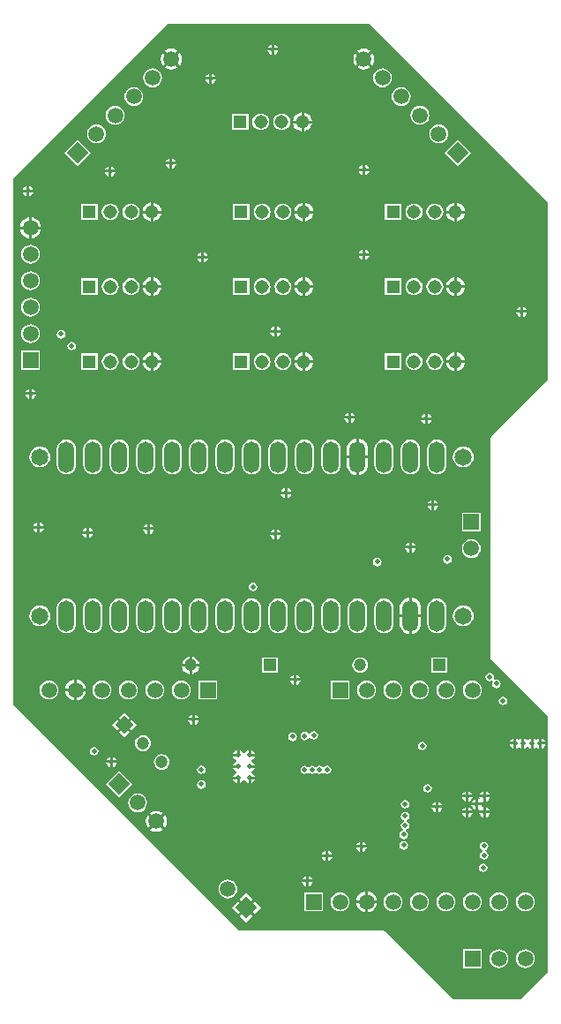
<source format=gtl>
%FSTAX23Y23*%
%MOIN*%
%SFA1B1*%

%IPPOS*%
%AMD28*
4,1,4,0.000000,0.041700,-0.041700,0.000000,0.000000,-0.041700,0.041700,0.000000,0.000000,0.041700,0.0*
%
%AMD31*
4,1,4,0.000000,0.033400,-0.033400,0.000000,0.000000,-0.033400,0.033400,0.000000,0.000000,0.033400,0.0*
%
%AMD33*
4,1,4,-0.041700,0.000000,0.000000,-0.041700,0.041700,0.000000,0.000000,0.041700,-0.041700,0.000000,0.0*
%
%ADD26R,0.059060X0.059060*%
%ADD27C,0.059060*%
G04~CAMADD=28~10~0.0~590.6~0.0~0.0~0.0~0.0~0~0.0~0.0~0.0~0.0~0~0.0~0.0~0.0~0.0~0~0.0~0.0~0.0~405.0~590.6~0.0*
%ADD28D28*%
%ADD29R,0.047240X0.047240*%
%ADD30C,0.047240*%
G04~CAMADD=31~10~0.0~472.4~0.0~0.0~0.0~0.0~0~0.0~0.0~0.0~0.0~0~0.0~0.0~0.0~0.0~0~0.0~0.0~0.0~405.0~472.4~0.0*
%ADD31D31*%
%ADD32R,0.059060X0.059060*%
G04~CAMADD=33~10~0.0~590.6~0.0~0.0~0.0~0.0~0~0.0~0.0~0.0~0.0~0~0.0~0.0~0.0~0.0~0~0.0~0.0~0.0~135.0~590.6~0.0*
%ADD33D33*%
%ADD34R,0.051500X0.051500*%
%ADD35C,0.051500*%
%ADD36O,0.060000X0.118110*%
%ADD37C,0.064960*%
%ADD38C,0.019680*%
%LNsolears_v3-1*%
%LPD*%
G36*
X02058Y03022D02*
Y02351D01*
X01846Y02139*
X01844Y02135*
X01843Y02131*
Y01301*
X01844Y01298*
X01846Y01294*
X02058Y01082*
Y00116*
X01954Y00012*
X01703*
X01446Y00269*
X01442Y00271*
X01439Y00272*
X00893*
X00039Y01126*
Y03112*
X00623Y03696*
X01384*
X02058Y03022*
G37*
%LNsolears_v3-2*%
%LPC*%
G36*
X01025Y03619D02*
Y03605D01*
X01039*
X01038Y03607*
X01034Y03614*
X01027Y03618*
X01025Y03619*
G37*
G36*
X01015D02*
X01012Y03618D01*
X01005Y03614*
X01001Y03607*
X01Y03605*
X01015*
Y03619*
G37*
G36*
X01039Y03595D02*
X01025D01*
Y0358*
X01027Y03581*
X01034Y03585*
X01038Y03592*
X01039Y03595*
G37*
G36*
X01015D02*
X01D01*
X01001Y03592*
X01005Y03585*
X01012Y03581*
X01015Y0358*
Y03595*
G37*
G36*
X00636Y03603D02*
X00626Y03602D01*
X00616Y03598*
X00612Y03595*
X00636Y03571*
X0066Y03595*
X00656Y03598*
X00646Y03602*
X00636Y03603*
G37*
G36*
X01363D02*
X01353Y03602D01*
X01344Y03598*
X01339Y03595*
X01363Y03571*
X01388Y03595*
X01383Y03598*
X01374Y03602*
X01363Y03603*
G37*
G36*
X00605Y03588D02*
X00602Y03584D01*
X00598Y03574*
X00596Y03564*
X00598Y03553*
X00602Y03544*
X00605Y03539*
X00629Y03564*
X00605Y03588*
G37*
G36*
X00667D02*
X00643Y03564D01*
X00667Y03539*
X00671Y03544*
X00675Y03553*
X00676Y03564*
X00675Y03574*
X00671Y03584*
X00667Y03588*
G37*
G36*
X01332D02*
X01329Y03584D01*
X01325Y03574*
X01324Y03564*
X01325Y03553*
X01329Y03544*
X01332Y03539*
X01356Y03564*
X01332Y03588*
G37*
G36*
X01395D02*
X01371Y03564D01*
X01395Y03539*
X01398Y03544*
X01402Y03553*
X01403Y03564*
X01402Y03574*
X01398Y03584*
X01395Y03588*
G37*
G36*
X01363Y03557D02*
X01339Y03532D01*
X01344Y03529*
X01353Y03525*
X01363Y03524*
X01374Y03525*
X01383Y03529*
X01388Y03532*
X01363Y03557*
G37*
G36*
X00636D02*
X00612Y03532D01*
X00616Y03529*
X00626Y03525*
X00636Y03524*
X00646Y03525*
X00656Y03529*
X0066Y03532*
X00636Y03557*
G37*
G36*
X0079Y03509D02*
Y03495D01*
X00804*
X00803Y03497*
X00799Y03504*
X00792Y03508*
X0079Y03509*
G37*
G36*
X0078D02*
X00777Y03508D01*
X0077Y03504*
X00766Y03497*
X00765Y03495*
X0078*
Y03509*
G37*
G36*
X00804Y03485D02*
X0079D01*
Y0347*
X00792Y03471*
X00799Y03475*
X00803Y03482*
X00804Y03485*
G37*
G36*
X0078D02*
X00765D01*
X00766Y03482*
X0077Y03475*
X00777Y03471*
X0078Y0347*
Y03485*
G37*
G36*
X01434Y03529D02*
X01425Y03527D01*
X01416Y03524*
X01409Y03518*
X01403Y03511*
X014Y03502*
X01398Y03493*
X014Y03484*
X01403Y03475*
X01409Y03468*
X01416Y03462*
X01425Y03458*
X01434Y03457*
X01443Y03458*
X01452Y03462*
X01459Y03468*
X01465Y03475*
X01469Y03484*
X0147Y03493*
X01469Y03502*
X01465Y03511*
X01459Y03518*
X01452Y03524*
X01443Y03527*
X01434Y03529*
G37*
G36*
X00565D02*
X00556Y03527D01*
X00548Y03524*
X0054Y03518*
X00534Y03511*
X00531Y03502*
X0053Y03493*
X00531Y03484*
X00534Y03475*
X0054Y03468*
X00548Y03462*
X00556Y03458*
X00565Y03457*
X00575Y03458*
X00583Y03462*
X00591Y03468*
X00596Y03475*
X006Y03484*
X00601Y03493*
X006Y03502*
X00596Y03511*
X00591Y03518*
X00583Y03524*
X00575Y03527*
X00565Y03529*
G37*
G36*
X00495Y03458D02*
X00485Y03457D01*
X00477Y03453*
X00469Y03447*
X00464Y0344*
X0046Y03431*
X00459Y03422*
X0046Y03413*
X00464Y03404*
X00469Y03397*
X00477Y03391*
X00485Y03388*
X00495Y03386*
X00504Y03388*
X00513Y03391*
X0052Y03397*
X00526Y03404*
X00529Y03413*
X0053Y03422*
X00529Y03431*
X00526Y0344*
X0052Y03447*
X00513Y03453*
X00504Y03457*
X00495Y03458*
G37*
G36*
X01505D02*
X01496Y03457D01*
X01487Y03453*
X0148Y03447*
X01474Y0344*
X0147Y03431*
X01469Y03422*
X0147Y03413*
X01474Y03404*
X0148Y03397*
X01487Y03391*
X01496Y03388*
X01505Y03386*
X01514Y03388*
X01523Y03391*
X0153Y03397*
X01536Y03404*
X01539Y03413*
X01541Y03422*
X01539Y03431*
X01536Y0344*
X0153Y03447*
X01523Y03453*
X01514Y03457*
X01505Y03458*
G37*
G36*
X01137Y03362D02*
Y03331D01*
X01167*
X01166Y03336*
X01163Y03345*
X01157Y03352*
X0115Y03358*
X01141Y03361*
X01137Y03362*
G37*
G36*
X01127D02*
X01122Y03361D01*
X01114Y03358*
X01106Y03352*
X011Y03345*
X01097Y03336*
X01096Y03331*
X01127*
Y03362*
G37*
G36*
X01576Y03387D02*
X01566Y03386D01*
X01558Y03382*
X0155Y03377*
X01545Y03369*
X01541Y03361*
X0154Y03351*
X01541Y03342*
X01545Y03334*
X0155Y03326*
X01558Y03321*
X01566Y03317*
X01576Y03316*
X01585Y03317*
X01593Y03321*
X01601Y03326*
X01607Y03334*
X0161Y03342*
X01611Y03351*
X0161Y03361*
X01607Y03369*
X01601Y03377*
X01593Y03382*
X01585Y03386*
X01576Y03387*
G37*
G36*
X00424D02*
X00415Y03386D01*
X00406Y03382*
X00399Y03377*
X00393Y03369*
X00389Y03361*
X00388Y03351*
X00389Y03342*
X00393Y03334*
X00399Y03326*
X00406Y03321*
X00415Y03317*
X00424Y03316*
X00433Y03317*
X00442Y03321*
X00449Y03326*
X00455Y03334*
X00459Y03342*
X0046Y03351*
X00459Y03361*
X00455Y03369*
X00449Y03377*
X00442Y03382*
X00433Y03386*
X00424Y03387*
G37*
G36*
X00927Y03358D02*
X00864D01*
Y03295*
X00927*
Y03358*
G37*
G36*
X01053Y03358D02*
X01045Y03357D01*
X01037Y03354*
X0103Y03349*
X01025Y03342*
X01022Y03335*
X01021Y03326*
X01022Y03318*
X01025Y03311*
X0103Y03304*
X01037Y03299*
X01045Y03296*
X01053Y03295*
X01061Y03296*
X01069Y03299*
X01075Y03304*
X01081Y03311*
X01084Y03318*
X01085Y03326*
X01084Y03335*
X01081Y03342*
X01075Y03349*
X01069Y03354*
X01061Y03357*
X01053Y03358*
G37*
G36*
X00974D02*
X00966Y03357D01*
X00958Y03354*
X00952Y03349*
X00946Y03342*
X00943Y03335*
X00942Y03326*
X00943Y03318*
X00946Y03311*
X00952Y03304*
X00958Y03299*
X00966Y03296*
X00974Y03295*
X00982Y03296*
X0099Y03299*
X00997Y03304*
X01002Y03311*
X01005Y03318*
X01006Y03326*
X01005Y03335*
X01002Y03342*
X00997Y03349*
X0099Y03354*
X00982Y03357*
X00974Y03358*
G37*
G36*
X01167Y03321D02*
X01137D01*
Y03291*
X01141Y03292*
X0115Y03295*
X01157Y03301*
X01163Y03308*
X01166Y03317*
X01167Y03321*
G37*
G36*
X01127D02*
X01096D01*
X01097Y03317*
X011Y03308*
X01106Y03301*
X01114Y03295*
X01122Y03292*
X01127Y03291*
Y03321*
G37*
G36*
X01646Y03317D02*
X01637Y03315D01*
X01628Y03312*
X01621Y03306*
X01615Y03299*
X01612Y0329*
X01611Y03281*
X01612Y03272*
X01615Y03263*
X01621Y03255*
X01628Y0325*
X01637Y03246*
X01646Y03245*
X01656Y03246*
X01664Y0325*
X01672Y03255*
X01677Y03263*
X01681Y03272*
X01682Y03281*
X01681Y0329*
X01677Y03299*
X01672Y03306*
X01664Y03312*
X01656Y03315*
X01646Y03317*
G37*
G36*
X00353D02*
X00344Y03315D01*
X00335Y03312*
X00328Y03306*
X00322Y03299*
X00319Y0329*
X00318Y03281*
X00319Y03272*
X00322Y03263*
X00328Y03255*
X00335Y0325*
X00344Y03246*
X00353Y03245*
X00363Y03246*
X00371Y0325*
X00379Y03255*
X00384Y03263*
X00388Y03272*
X00389Y03281*
X00388Y0329*
X00384Y03299*
X00379Y03306*
X00371Y03312*
X00363Y03315*
X00353Y03317*
G37*
G36*
X0064Y03189D02*
Y03175D01*
X00654*
X00653Y03177*
X00649Y03184*
X00642Y03188*
X0064Y03189*
G37*
G36*
X0063D02*
X00627Y03188D01*
X0062Y03184*
X00616Y03177*
X00615Y03175*
X0063*
Y03189*
G37*
G36*
X01717Y0326D02*
X01667Y0321D01*
X01717Y0316*
X01767Y0321*
X01717Y0326*
G37*
G36*
X00283D02*
X00232Y0321D01*
X00283Y0316*
X00333Y0321*
X00283Y0326*
G37*
G36*
X00654Y03165D02*
X0064D01*
Y0315*
X00642Y03151*
X00649Y03155*
X00653Y03162*
X00654Y03165*
G37*
G36*
X0063D02*
X00615D01*
X00616Y03162*
X0062Y03155*
X00627Y03151*
X0063Y0315*
Y03165*
G37*
G36*
X0137Y03164D02*
Y0315D01*
X01384*
X01383Y03152*
X01379Y03159*
X01372Y03163*
X0137Y03164*
G37*
G36*
X0136D02*
X01357Y03163D01*
X0135Y03159*
X01346Y03152*
X01345Y0315*
X0136*
Y03164*
G37*
G36*
X0041Y03159D02*
Y03145D01*
X00424*
X00423Y03147*
X00419Y03154*
X00412Y03158*
X0041Y03159*
G37*
G36*
X004D02*
X00397Y03158D01*
X0039Y03154*
X00386Y03147*
X00385Y03145*
X004*
Y03159*
G37*
G36*
X01384Y0314D02*
X0137D01*
Y03125*
X01372Y03126*
X01379Y0313*
X01383Y03137*
X01384Y0314*
G37*
G36*
X0136D02*
X01345D01*
X01346Y03137*
X0135Y0313*
X01357Y03126*
X0136Y03125*
Y0314*
G37*
G36*
X00424Y03135D02*
X0041D01*
Y0312*
X00412Y03121*
X00419Y03125*
X00423Y03132*
X00424Y03135*
G37*
G36*
X004D02*
X00385D01*
X00386Y03132*
X0039Y03125*
X00397Y03121*
X004Y0312*
Y03135*
G37*
G36*
X001Y03084D02*
Y0307D01*
X00114*
X00113Y03072*
X00109Y03079*
X00102Y03083*
X001Y03084*
G37*
G36*
X0009D02*
X00087Y03083D01*
X0008Y03079*
X00076Y03072*
X00075Y0307*
X0009*
Y03084*
G37*
G36*
X00114Y0306D02*
X001D01*
Y03045*
X00102Y03046*
X00109Y0305*
X00113Y03057*
X00114Y0306*
G37*
G36*
X0009D02*
X00075D01*
X00076Y03057*
X0008Y0305*
X00087Y03046*
X0009Y03045*
Y0306*
G37*
G36*
X01715Y03022D02*
Y02991D01*
X01746*
X01745Y02996*
X01742Y03005*
X01736Y03012*
X01728Y03018*
X0172Y03021*
X01715Y03022*
G37*
G36*
X01705D02*
X01701Y03021D01*
X01692Y03018*
X01685Y03012*
X01679Y03005*
X01676Y02996*
X01675Y02991*
X01705*
Y03022*
G37*
G36*
X01141D02*
Y02991D01*
X01172*
X01171Y02996*
X01168Y03005*
X01162Y03012*
X01154Y03018*
X01146Y03021*
X01141Y03022*
G37*
G36*
X01131D02*
X01127Y03021D01*
X01118Y03018*
X01111Y03012*
X01105Y03005*
X01102Y02996*
X01101Y02991*
X01131*
Y03022*
G37*
G36*
X00567D02*
Y02991D01*
X00598*
X00597Y02996*
X00593Y03005*
X00588Y03012*
X0058Y03018*
X00572Y03021*
X00567Y03022*
G37*
G36*
X00557D02*
X00553Y03021D01*
X00544Y03018*
X00537Y03012*
X00531Y03005*
X00527Y02996*
X00527Y02991*
X00557*
Y03022*
G37*
G36*
X01506Y03018D02*
X01443D01*
Y02955*
X01506*
Y03018*
G37*
G36*
X00932D02*
X00868D01*
Y02955*
X00932*
Y03018*
G37*
G36*
X00358D02*
X00294D01*
Y02955*
X00358*
Y03018*
G37*
G36*
X01632Y03018D02*
X01623Y03017D01*
X01616Y03014*
X01609Y03009*
X01604Y03002*
X01601Y02995*
X016Y02986*
X01601Y02978*
X01604Y02971*
X01609Y02964*
X01616Y02959*
X01623Y02956*
X01632Y02955*
X0164Y02956*
X01648Y02959*
X01654Y02964*
X01659Y02971*
X01663Y02978*
X01664Y02986*
X01663Y02995*
X01659Y03002*
X01654Y03009*
X01648Y03014*
X0164Y03017*
X01632Y03018*
G37*
G36*
X01553D02*
X01545Y03017D01*
X01537Y03014*
X0153Y03009*
X01525Y03002*
X01522Y02995*
X01521Y02986*
X01522Y02978*
X01525Y02971*
X0153Y02964*
X01537Y02959*
X01545Y02956*
X01553Y02955*
X01561Y02956*
X01569Y02959*
X01576Y02964*
X01581Y02971*
X01584Y02978*
X01585Y02986*
X01584Y02995*
X01581Y03002*
X01576Y03009*
X01569Y03014*
X01561Y03017*
X01553Y03018*
G37*
G36*
X01058D02*
X01049Y03017D01*
X01042Y03014*
X01035Y03009*
X0103Y03002*
X01027Y02995*
X01026Y02986*
X01027Y02978*
X0103Y02971*
X01035Y02964*
X01042Y02959*
X01049Y02956*
X01058Y02955*
X01066Y02956*
X01074Y02959*
X0108Y02964*
X01085Y02971*
X01088Y02978*
X0109Y02986*
X01088Y02995*
X01085Y03002*
X0108Y03009*
X01074Y03014*
X01066Y03017*
X01058Y03018*
G37*
G36*
X00979D02*
X00971Y03017D01*
X00963Y03014*
X00956Y03009*
X00951Y03002*
X00948Y02995*
X00947Y02986*
X00948Y02978*
X00951Y02971*
X00956Y02964*
X00963Y02959*
X00971Y02956*
X00979Y02955*
X00987Y02956*
X00995Y02959*
X01001Y02964*
X01007Y02971*
X0101Y02978*
X01011Y02986*
X0101Y02995*
X01007Y03002*
X01001Y03009*
X00995Y03014*
X00987Y03017*
X00979Y03018*
G37*
G36*
X00484D02*
X00475Y03017D01*
X00468Y03014*
X00461Y03009*
X00456Y03002*
X00453Y02995*
X00452Y02986*
X00453Y02978*
X00456Y02971*
X00461Y02964*
X00468Y02959*
X00475Y02956*
X00484Y02955*
X00492Y02956*
X00499Y02959*
X00506Y02964*
X00511Y02971*
X00514Y02978*
X00515Y02986*
X00514Y02995*
X00511Y03002*
X00506Y03009*
X00499Y03014*
X00492Y03017*
X00484Y03018*
G37*
G36*
X00405D02*
X00397Y03017D01*
X00389Y03014*
X00382Y03009*
X00377Y03002*
X00374Y02995*
X00373Y02986*
X00374Y02978*
X00377Y02971*
X00382Y02964*
X00389Y02959*
X00397Y02956*
X00405Y02955*
X00413Y02956*
X00421Y02959*
X00427Y02964*
X00432Y02971*
X00436Y02978*
X00437Y02986*
X00436Y02995*
X00432Y03002*
X00427Y03009*
X00421Y03014*
X00413Y03017*
X00405Y03018*
G37*
G36*
X01746Y02981D02*
X01715D01*
Y02951*
X0172Y02952*
X01728Y02955*
X01736Y02961*
X01742Y02968*
X01745Y02977*
X01746Y02981*
G37*
G36*
X01705D02*
X01675D01*
X01676Y02977*
X01679Y02968*
X01685Y02961*
X01692Y02955*
X01701Y02952*
X01705Y02951*
Y02981*
G37*
G36*
X01172D02*
X01141D01*
Y02951*
X01146Y02952*
X01154Y02955*
X01162Y02961*
X01168Y02968*
X01171Y02977*
X01172Y02981*
G37*
G36*
X01131D02*
X01101D01*
X01102Y02977*
X01105Y02968*
X01111Y02961*
X01118Y02955*
X01127Y02952*
X01131Y02951*
Y02981*
G37*
G36*
X00598D02*
X00567D01*
Y02951*
X00572Y02952*
X0058Y02955*
X00588Y02961*
X00593Y02968*
X00597Y02977*
X00598Y02981*
G37*
G36*
X00557D02*
X00527D01*
X00527Y02977*
X00531Y02968*
X00537Y02961*
X00544Y02955*
X00553Y02952*
X00557Y02951*
Y02981*
G37*
G36*
X00109Y02966D02*
Y02931D01*
X00143*
X00142Y02937*
X00138Y02946*
X00132Y02955*
X00123Y02961*
X00114Y02965*
X00109Y02966*
G37*
G36*
X00099D02*
X00093Y02965D01*
X00084Y02961*
X00075Y02955*
X00069Y02946*
X00065Y02937*
X00064Y02931*
X00099*
Y02966*
G37*
G36*
Y02921D02*
X00064D01*
X00065Y02916*
X00069Y02907*
X00075Y02898*
X00084Y02892*
X00093Y02888*
X00099Y02887*
Y02921*
G37*
G36*
X00143D02*
X00109D01*
Y02887*
X00114Y02888*
X00123Y02892*
X00132Y02898*
X00138Y02907*
X00142Y02916*
X00143Y02921*
G37*
G36*
X0137Y02844D02*
Y0283D01*
X01384*
X01383Y02832*
X01379Y02839*
X01372Y02843*
X0137Y02844*
G37*
G36*
X0136D02*
X01357Y02843D01*
X0135Y02839*
X01346Y02832*
X01345Y0283*
X0136*
Y02844*
G37*
G36*
X0076Y02834D02*
Y0282D01*
X00774*
X00773Y02822*
X00769Y02829*
X00762Y02833*
X0076Y02834*
G37*
G36*
X0075D02*
X00747Y02833D01*
X0074Y02829*
X00736Y02822*
X00735Y0282*
X0075*
Y02834*
G37*
G36*
X01384Y0282D02*
X0137D01*
Y02805*
X01372Y02806*
X01379Y0281*
X01383Y02817*
X01384Y0282*
G37*
G36*
X0136D02*
X01345D01*
X01346Y02817*
X0135Y0281*
X01357Y02806*
X0136Y02805*
Y0282*
G37*
G36*
X00774Y0281D02*
X0076D01*
Y02795*
X00762Y02796*
X00769Y028*
X00773Y02807*
X00774Y0281*
G37*
G36*
X0075D02*
X00735D01*
X00736Y02807*
X0074Y028*
X00747Y02796*
X0075Y02795*
Y0281*
G37*
G36*
X00104Y02862D02*
X00094Y02861D01*
X00086Y02857*
X00078Y02852*
X00073Y02844*
X00069Y02836*
X00068Y02826*
X00069Y02817*
X00073Y02809*
X00078Y02801*
X00086Y02796*
X00094Y02792*
X00104Y02791*
X00113Y02792*
X00121Y02796*
X00129Y02801*
X00134Y02809*
X00138Y02817*
X00139Y02826*
X00138Y02836*
X00134Y02844*
X00129Y02852*
X00121Y02857*
X00113Y02861*
X00104Y02862*
G37*
G36*
X01715Y02739D02*
Y02709D01*
X01746*
X01745Y02713*
X01742Y02722*
X01736Y02729*
X01728Y02735*
X0172Y02739*
X01715Y02739*
G37*
G36*
X01705D02*
X01701Y02739D01*
X01692Y02735*
X01685Y02729*
X01679Y02722*
X01676Y02713*
X01675Y02709*
X01705*
Y02739*
G37*
G36*
X01141D02*
Y02709D01*
X01172*
X01171Y02713*
X01168Y02722*
X01162Y02729*
X01154Y02735*
X01146Y02739*
X01141Y02739*
G37*
G36*
X01131D02*
X01127Y02739D01*
X01118Y02735*
X01111Y02729*
X01105Y02722*
X01102Y02713*
X01101Y02709*
X01131*
Y02739*
G37*
G36*
X00567D02*
Y02709D01*
X00598*
X00597Y02713*
X00593Y02722*
X00588Y02729*
X0058Y02735*
X00572Y02739*
X00567Y02739*
G37*
G36*
X00557D02*
X00553Y02739D01*
X00544Y02735*
X00537Y02729*
X00531Y02722*
X00527Y02713*
X00527Y02709*
X00557*
Y02739*
G37*
G36*
X00104Y02762D02*
X00094Y02761D01*
X00086Y02757*
X00078Y02752*
X00073Y02744*
X00069Y02736*
X00068Y02726*
X00069Y02717*
X00073Y02709*
X00078Y02701*
X00086Y02696*
X00094Y02692*
X00104Y02691*
X00113Y02692*
X00121Y02696*
X00129Y02701*
X00134Y02709*
X00138Y02717*
X00139Y02726*
X00138Y02736*
X00134Y02744*
X00129Y02752*
X00121Y02757*
X00113Y02761*
X00104Y02762*
G37*
G36*
X01506Y02736D02*
X01443D01*
Y02672*
X01506*
Y02736*
G37*
G36*
X00932D02*
X00868D01*
Y02672*
X00932*
Y02736*
G37*
G36*
X00358D02*
X00294D01*
Y02672*
X00358*
Y02736*
G37*
G36*
X01632Y02736D02*
X01623Y02735D01*
X01616Y02732*
X01609Y02727*
X01604Y0272*
X01601Y02712*
X016Y02704*
X01601Y02696*
X01604Y02688*
X01609Y02681*
X01616Y02676*
X01623Y02673*
X01632Y02672*
X0164Y02673*
X01648Y02676*
X01654Y02681*
X01659Y02688*
X01663Y02696*
X01664Y02704*
X01663Y02712*
X01659Y0272*
X01654Y02727*
X01648Y02732*
X0164Y02735*
X01632Y02736*
G37*
G36*
X01553D02*
X01545Y02735D01*
X01537Y02732*
X0153Y02727*
X01525Y0272*
X01522Y02712*
X01521Y02704*
X01522Y02696*
X01525Y02688*
X0153Y02681*
X01537Y02676*
X01545Y02673*
X01553Y02672*
X01561Y02673*
X01569Y02676*
X01576Y02681*
X01581Y02688*
X01584Y02696*
X01585Y02704*
X01584Y02712*
X01581Y0272*
X01576Y02727*
X01569Y02732*
X01561Y02735*
X01553Y02736*
G37*
G36*
X01058D02*
X01049Y02735D01*
X01042Y02732*
X01035Y02727*
X0103Y0272*
X01027Y02712*
X01026Y02704*
X01027Y02696*
X0103Y02688*
X01035Y02681*
X01042Y02676*
X01049Y02673*
X01058Y02672*
X01066Y02673*
X01074Y02676*
X0108Y02681*
X01085Y02688*
X01088Y02696*
X0109Y02704*
X01088Y02712*
X01085Y0272*
X0108Y02727*
X01074Y02732*
X01066Y02735*
X01058Y02736*
G37*
G36*
X00979D02*
X00971Y02735D01*
X00963Y02732*
X00956Y02727*
X00951Y0272*
X00948Y02712*
X00947Y02704*
X00948Y02696*
X00951Y02688*
X00956Y02681*
X00963Y02676*
X00971Y02673*
X00979Y02672*
X00987Y02673*
X00995Y02676*
X01001Y02681*
X01007Y02688*
X0101Y02696*
X01011Y02704*
X0101Y02712*
X01007Y0272*
X01001Y02727*
X00995Y02732*
X00987Y02735*
X00979Y02736*
G37*
G36*
X00484D02*
X00475Y02735D01*
X00468Y02732*
X00461Y02727*
X00456Y0272*
X00453Y02712*
X00452Y02704*
X00453Y02696*
X00456Y02688*
X00461Y02681*
X00468Y02676*
X00475Y02673*
X00484Y02672*
X00492Y02673*
X00499Y02676*
X00506Y02681*
X00511Y02688*
X00514Y02696*
X00515Y02704*
X00514Y02712*
X00511Y0272*
X00506Y02727*
X00499Y02732*
X00492Y02735*
X00484Y02736*
G37*
G36*
X00405D02*
X00397Y02735D01*
X00389Y02732*
X00382Y02727*
X00377Y0272*
X00374Y02712*
X00373Y02704*
X00374Y02696*
X00377Y02688*
X00382Y02681*
X00389Y02676*
X00397Y02673*
X00405Y02672*
X00413Y02673*
X00421Y02676*
X00427Y02681*
X00432Y02688*
X00436Y02696*
X00437Y02704*
X00436Y02712*
X00432Y0272*
X00427Y02727*
X00421Y02732*
X00413Y02735*
X00405Y02736*
G37*
G36*
X01746Y02699D02*
X01715D01*
Y02669*
X0172Y02669*
X01728Y02673*
X01736Y02678*
X01742Y02686*
X01745Y02695*
X01746Y02699*
G37*
G36*
X01705D02*
X01675D01*
X01676Y02695*
X01679Y02686*
X01685Y02678*
X01692Y02673*
X01701Y02669*
X01705Y02669*
Y02699*
G37*
G36*
X01172D02*
X01141D01*
Y02669*
X01146Y02669*
X01154Y02673*
X01162Y02678*
X01168Y02686*
X01171Y02695*
X01172Y02699*
G37*
G36*
X01131D02*
X01101D01*
X01102Y02695*
X01105Y02686*
X01111Y02678*
X01118Y02673*
X01127Y02669*
X01131Y02669*
Y02699*
G37*
G36*
X00598D02*
X00567D01*
Y02669*
X00572Y02669*
X0058Y02673*
X00588Y02678*
X00593Y02686*
X00597Y02695*
X00598Y02699*
G37*
G36*
X00557D02*
X00527D01*
X00527Y02695*
X00531Y02686*
X00537Y02678*
X00544Y02673*
X00553Y02669*
X00557Y02669*
Y02699*
G37*
G36*
X01965Y02629D02*
Y02615D01*
X01979*
X01978Y02617*
X01974Y02624*
X01967Y02628*
X01965Y02629*
G37*
G36*
X01955D02*
X01952Y02628D01*
X01945Y02624*
X01941Y02617*
X0194Y02615*
X01955*
Y02629*
G37*
G36*
X00104Y02662D02*
X00094Y02661D01*
X00086Y02657*
X00078Y02652*
X00073Y02644*
X00069Y02636*
X00068Y02626*
X00069Y02617*
X00073Y02609*
X00078Y02601*
X00086Y02596*
X00094Y02592*
X00104Y02591*
X00113Y02592*
X00121Y02596*
X00129Y02601*
X00134Y02609*
X00138Y02617*
X00139Y02626*
X00138Y02636*
X00134Y02644*
X00129Y02652*
X00121Y02657*
X00113Y02661*
X00104Y02662*
G37*
G36*
X01979Y02605D02*
X01965D01*
Y0259*
X01967Y02591*
X01974Y02595*
X01978Y02602*
X01979Y02605*
G37*
G36*
X01955D02*
X0194D01*
X01941Y02602*
X01945Y02595*
X01952Y02591*
X01955Y0259*
Y02605*
G37*
G36*
X01035Y02554D02*
Y0254D01*
X01049*
X01048Y02542*
X01044Y02549*
X01037Y02553*
X01035Y02554*
G37*
G36*
X01025D02*
X01022Y02553D01*
X01015Y02549*
X01011Y02542*
X0101Y0254*
X01025*
Y02554*
G37*
G36*
X01049Y0253D02*
X01035D01*
Y02515*
X01037Y02516*
X01044Y0252*
X01048Y02527*
X01049Y0253*
G37*
G36*
X01025D02*
X0101D01*
X01011Y02527*
X01015Y0252*
X01022Y02516*
X01025Y02515*
Y0253*
G37*
G36*
X0022Y02541D02*
X00213Y02539D01*
X00208Y02536*
X00205Y02531*
X00203Y02525*
X00205Y02518*
X00208Y02513*
X00213Y0251*
X0022Y02508*
X00226Y0251*
X00231Y02513*
X00234Y02518*
X00236Y02525*
X00234Y02531*
X00231Y02536*
X00226Y02539*
X0022Y02541*
G37*
G36*
X00104Y02562D02*
X00094Y02561D01*
X00086Y02557*
X00078Y02552*
X00073Y02544*
X00069Y02536*
X00068Y02526*
X00069Y02517*
X00073Y02509*
X00078Y02501*
X00086Y02496*
X00094Y02492*
X00104Y02491*
X00113Y02492*
X00121Y02496*
X00129Y02501*
X00134Y02509*
X00138Y02517*
X00139Y02526*
X00138Y02536*
X00134Y02544*
X00129Y02552*
X00121Y02557*
X00113Y02561*
X00104Y02562*
G37*
G36*
X0026Y02496D02*
X00253Y02494D01*
X00248Y02491*
X00245Y02486*
X00243Y0248*
X00245Y02473*
X00248Y02468*
X00253Y02465*
X0026Y02463*
X00266Y02465*
X00271Y02468*
X00274Y02473*
X00276Y0248*
X00274Y02486*
X00271Y02491*
X00266Y02494*
X0026Y02496*
G37*
G36*
X01715Y02457D02*
Y02426D01*
X01746*
X01745Y02431*
X01742Y0244*
X01736Y02447*
X01728Y02453*
X0172Y02456*
X01715Y02457*
G37*
G36*
X01705D02*
X01701Y02456D01*
X01692Y02453*
X01685Y02447*
X01679Y0244*
X01676Y02431*
X01675Y02426*
X01705*
Y02457*
G37*
G36*
X01141D02*
Y02426D01*
X01172*
X01171Y02431*
X01168Y0244*
X01162Y02447*
X01154Y02453*
X01146Y02456*
X01141Y02457*
G37*
G36*
X01131D02*
X01127Y02456D01*
X01118Y02453*
X01111Y02447*
X01105Y0244*
X01102Y02431*
X01101Y02426*
X01131*
Y02457*
G37*
G36*
X00567D02*
Y02426D01*
X00598*
X00597Y02431*
X00593Y0244*
X00588Y02447*
X0058Y02453*
X00572Y02456*
X00567Y02457*
G37*
G36*
X00557D02*
X00553Y02456D01*
X00544Y02453*
X00537Y02447*
X00531Y0244*
X00527Y02431*
X00527Y02426*
X00557*
Y02457*
G37*
G36*
X00139Y02462D02*
X00068D01*
Y02391*
X00139*
Y02462*
G37*
G36*
X01506Y02453D02*
X01443D01*
Y0239*
X01506*
Y02453*
G37*
G36*
X00932D02*
X00868D01*
Y0239*
X00932*
Y02453*
G37*
G36*
X00358D02*
X00294D01*
Y0239*
X00358*
Y02453*
G37*
G36*
X01632Y02453D02*
X01623Y02452D01*
X01616Y02449*
X01609Y02444*
X01604Y02437*
X01601Y0243*
X016Y02421*
X01601Y02413*
X01604Y02406*
X01609Y02399*
X01616Y02394*
X01623Y02391*
X01632Y0239*
X0164Y02391*
X01648Y02394*
X01654Y02399*
X01659Y02406*
X01663Y02413*
X01664Y02421*
X01663Y0243*
X01659Y02437*
X01654Y02444*
X01648Y02449*
X0164Y02452*
X01632Y02453*
G37*
G36*
X01553D02*
X01545Y02452D01*
X01537Y02449*
X0153Y02444*
X01525Y02437*
X01522Y0243*
X01521Y02421*
X01522Y02413*
X01525Y02406*
X0153Y02399*
X01537Y02394*
X01545Y02391*
X01553Y0239*
X01561Y02391*
X01569Y02394*
X01576Y02399*
X01581Y02406*
X01584Y02413*
X01585Y02421*
X01584Y0243*
X01581Y02437*
X01576Y02444*
X01569Y02449*
X01561Y02452*
X01553Y02453*
G37*
G36*
X01058D02*
X01049Y02452D01*
X01042Y02449*
X01035Y02444*
X0103Y02437*
X01027Y0243*
X01026Y02421*
X01027Y02413*
X0103Y02406*
X01035Y02399*
X01042Y02394*
X01049Y02391*
X01058Y0239*
X01066Y02391*
X01074Y02394*
X0108Y02399*
X01085Y02406*
X01088Y02413*
X0109Y02421*
X01088Y0243*
X01085Y02437*
X0108Y02444*
X01074Y02449*
X01066Y02452*
X01058Y02453*
G37*
G36*
X00979D02*
X00971Y02452D01*
X00963Y02449*
X00956Y02444*
X00951Y02437*
X00948Y0243*
X00947Y02421*
X00948Y02413*
X00951Y02406*
X00956Y02399*
X00963Y02394*
X00971Y02391*
X00979Y0239*
X00987Y02391*
X00995Y02394*
X01001Y02399*
X01007Y02406*
X0101Y02413*
X01011Y02421*
X0101Y0243*
X01007Y02437*
X01001Y02444*
X00995Y02449*
X00987Y02452*
X00979Y02453*
G37*
G36*
X00484D02*
X00475Y02452D01*
X00468Y02449*
X00461Y02444*
X00456Y02437*
X00453Y0243*
X00452Y02421*
X00453Y02413*
X00456Y02406*
X00461Y02399*
X00468Y02394*
X00475Y02391*
X00484Y0239*
X00492Y02391*
X00499Y02394*
X00506Y02399*
X00511Y02406*
X00514Y02413*
X00515Y02421*
X00514Y0243*
X00511Y02437*
X00506Y02444*
X00499Y02449*
X00492Y02452*
X00484Y02453*
G37*
G36*
X00405D02*
X00397Y02452D01*
X00389Y02449*
X00382Y02444*
X00377Y02437*
X00374Y0243*
X00373Y02421*
X00374Y02413*
X00377Y02406*
X00382Y02399*
X00389Y02394*
X00397Y02391*
X00405Y0239*
X00413Y02391*
X00421Y02394*
X00427Y02399*
X00432Y02406*
X00436Y02413*
X00437Y02421*
X00436Y0243*
X00432Y02437*
X00427Y02444*
X00421Y02449*
X00413Y02452*
X00405Y02453*
G37*
G36*
X01746Y02416D02*
X01715D01*
Y02386*
X0172Y02387*
X01728Y0239*
X01736Y02396*
X01742Y02403*
X01745Y02412*
X01746Y02416*
G37*
G36*
X01705D02*
X01675D01*
X01676Y02412*
X01679Y02403*
X01685Y02396*
X01692Y0239*
X01701Y02387*
X01705Y02386*
Y02416*
G37*
G36*
X01172D02*
X01141D01*
Y02386*
X01146Y02387*
X01154Y0239*
X01162Y02396*
X01168Y02403*
X01171Y02412*
X01172Y02416*
G37*
G36*
X01131D02*
X01101D01*
X01102Y02412*
X01105Y02403*
X01111Y02396*
X01118Y0239*
X01127Y02387*
X01131Y02386*
Y02416*
G37*
G36*
X00598D02*
X00567D01*
Y02386*
X00572Y02387*
X0058Y0239*
X00588Y02396*
X00593Y02403*
X00597Y02412*
X00598Y02416*
G37*
G36*
X00557D02*
X00527D01*
X00527Y02412*
X00531Y02403*
X00537Y02396*
X00544Y0239*
X00553Y02387*
X00557Y02386*
Y02416*
G37*
G36*
X0011Y02319D02*
Y02305D01*
X00124*
X00123Y02307*
X00119Y02314*
X00112Y02318*
X0011Y02319*
G37*
G36*
X001D02*
X00097Y02318D01*
X0009Y02314*
X00086Y02307*
X00085Y02305*
X001*
Y02319*
G37*
G36*
X00124Y02295D02*
X0011D01*
Y0228*
X00112Y02281*
X00119Y02285*
X00123Y02292*
X00124Y02295*
G37*
G36*
X001D02*
X00085D01*
X00086Y02292*
X0009Y02285*
X00097Y02281*
X001Y0228*
Y02295*
G37*
G36*
X01315Y02229D02*
Y02215D01*
X01329*
X01328Y02217*
X01324Y02224*
X01317Y02228*
X01315Y02229*
G37*
G36*
X01305D02*
X01302Y02228D01*
X01295Y02224*
X01291Y02217*
X0129Y02215*
X01305*
Y02229*
G37*
G36*
X01605Y02224D02*
Y0221D01*
X01619*
X01618Y02212*
X01614Y02219*
X01607Y02223*
X01605Y02224*
G37*
G36*
X01595D02*
X01592Y02223D01*
X01585Y02219*
X01581Y02212*
X0158Y0221*
X01595*
Y02224*
G37*
G36*
X01329Y02205D02*
X01315D01*
Y0219*
X01317Y02191*
X01324Y02195*
X01328Y02202*
X01329Y02205*
G37*
G36*
X01305D02*
X0129D01*
X01291Y02202*
X01295Y02195*
X01302Y02191*
X01305Y0219*
Y02205*
G37*
G36*
X01619Y022D02*
X01605D01*
Y02185*
X01607Y02186*
X01614Y0219*
X01618Y02197*
X01619Y022*
G37*
G36*
X01595D02*
X0158D01*
X01581Y02197*
X01585Y0219*
X01592Y02186*
X01595Y02185*
Y022*
G37*
G36*
X01344Y0213D02*
Y02066D01*
X0138*
Y02091*
X01378Y02101*
X01374Y02111*
X01368Y02119*
X01359Y02125*
X0135Y02129*
X01344Y0213*
G37*
G36*
X01334D02*
X01329Y02129D01*
X01319Y02125*
X01311Y02119*
X01304Y02111*
X013Y02101*
X01299Y02091*
Y02066*
X01334*
Y0213*
G37*
G36*
X01739Y021D02*
X01729Y02099D01*
X0172Y02095*
X01712Y02089*
X01706Y02081*
X01702Y02071*
X017Y02061*
X01702Y02051*
X01706Y02042*
X01712Y02034*
X0172Y02028*
X01729Y02024*
X01739Y02023*
X01749Y02024*
X01759Y02028*
X01767Y02034*
X01773Y02042*
X01777Y02051*
X01778Y02061*
X01777Y02071*
X01773Y02081*
X01767Y02089*
X01759Y02095*
X01749Y02099*
X01739Y021*
G37*
G36*
X00139D02*
X00129Y02099D01*
X0012Y02095*
X00112Y02089*
X00106Y02081*
X00102Y02071*
X001Y02061*
X00102Y02051*
X00106Y02042*
X00112Y02034*
X0012Y02028*
X00129Y02024*
X00139Y02023*
X00149Y02024*
X00159Y02028*
X00167Y02034*
X00173Y02042*
X00177Y02051*
X00178Y02061*
X00177Y02071*
X00173Y02081*
X00167Y02089*
X00159Y02095*
X00149Y02099*
X00139Y021*
G37*
G36*
X01639Y02127D02*
X0163Y02126D01*
X01621Y02122*
X01614Y02116*
X01608Y02109*
X01604Y021*
X01603Y02091*
Y02032*
X01604Y02023*
X01608Y02014*
X01614Y02007*
X01621Y02001*
X0163Y01997*
X01639Y01996*
X01649Y01997*
X01657Y02001*
X01665Y02007*
X01671Y02014*
X01674Y02023*
X01675Y02032*
Y02091*
X01674Y021*
X01671Y02109*
X01665Y02116*
X01657Y02122*
X01649Y02126*
X01639Y02127*
G37*
G36*
X01539D02*
X0153Y02126D01*
X01521Y02122*
X01514Y02116*
X01508Y02109*
X01504Y021*
X01503Y02091*
Y02032*
X01504Y02023*
X01508Y02014*
X01514Y02007*
X01521Y02001*
X0153Y01997*
X01539Y01996*
X01549Y01997*
X01557Y02001*
X01565Y02007*
X01571Y02014*
X01574Y02023*
X01575Y02032*
Y02091*
X01574Y021*
X01571Y02109*
X01565Y02116*
X01557Y02122*
X01549Y02126*
X01539Y02127*
G37*
G36*
X01439D02*
X0143Y02126D01*
X01421Y02122*
X01414Y02116*
X01408Y02109*
X01404Y021*
X01403Y02091*
Y02032*
X01404Y02023*
X01408Y02014*
X01414Y02007*
X01421Y02001*
X0143Y01997*
X01439Y01996*
X01449Y01997*
X01457Y02001*
X01465Y02007*
X01471Y02014*
X01474Y02023*
X01475Y02032*
Y02091*
X01474Y021*
X01471Y02109*
X01465Y02116*
X01457Y02122*
X01449Y02126*
X01439Y02127*
G37*
G36*
X01239D02*
X0123Y02126D01*
X01221Y02122*
X01214Y02116*
X01208Y02109*
X01204Y021*
X01203Y02091*
Y02032*
X01204Y02023*
X01208Y02014*
X01214Y02007*
X01221Y02001*
X0123Y01997*
X01239Y01996*
X01249Y01997*
X01257Y02001*
X01265Y02007*
X01271Y02014*
X01274Y02023*
X01275Y02032*
Y02091*
X01274Y021*
X01271Y02109*
X01265Y02116*
X01257Y02122*
X01249Y02126*
X01239Y02127*
G37*
G36*
X01139D02*
X0113Y02126D01*
X01121Y02122*
X01114Y02116*
X01108Y02109*
X01104Y021*
X01103Y02091*
Y02032*
X01104Y02023*
X01108Y02014*
X01114Y02007*
X01121Y02001*
X0113Y01997*
X01139Y01996*
X01149Y01997*
X01157Y02001*
X01165Y02007*
X01171Y02014*
X01174Y02023*
X01175Y02032*
Y02091*
X01174Y021*
X01171Y02109*
X01165Y02116*
X01157Y02122*
X01149Y02126*
X01139Y02127*
G37*
G36*
X01039D02*
X0103Y02126D01*
X01021Y02122*
X01014Y02116*
X01008Y02109*
X01004Y021*
X01003Y02091*
Y02032*
X01004Y02023*
X01008Y02014*
X01014Y02007*
X01021Y02001*
X0103Y01997*
X01039Y01996*
X01049Y01997*
X01057Y02001*
X01065Y02007*
X01071Y02014*
X01074Y02023*
X01075Y02032*
Y02091*
X01074Y021*
X01071Y02109*
X01065Y02116*
X01057Y02122*
X01049Y02126*
X01039Y02127*
G37*
G36*
X00939D02*
X0093Y02126D01*
X00921Y02122*
X00914Y02116*
X00908Y02109*
X00904Y021*
X00903Y02091*
Y02032*
X00904Y02023*
X00908Y02014*
X00914Y02007*
X00921Y02001*
X0093Y01997*
X00939Y01996*
X00949Y01997*
X00957Y02001*
X00965Y02007*
X00971Y02014*
X00974Y02023*
X00975Y02032*
Y02091*
X00974Y021*
X00971Y02109*
X00965Y02116*
X00957Y02122*
X00949Y02126*
X00939Y02127*
G37*
G36*
X00839D02*
X0083Y02126D01*
X00821Y02122*
X00814Y02116*
X00808Y02109*
X00804Y021*
X00803Y02091*
Y02032*
X00804Y02023*
X00808Y02014*
X00814Y02007*
X00821Y02001*
X0083Y01997*
X00839Y01996*
X00849Y01997*
X00857Y02001*
X00865Y02007*
X00871Y02014*
X00874Y02023*
X00875Y02032*
Y02091*
X00874Y021*
X00871Y02109*
X00865Y02116*
X00857Y02122*
X00849Y02126*
X00839Y02127*
G37*
G36*
X00739D02*
X0073Y02126D01*
X00721Y02122*
X00714Y02116*
X00708Y02109*
X00704Y021*
X00703Y02091*
Y02032*
X00704Y02023*
X00708Y02014*
X00714Y02007*
X00721Y02001*
X0073Y01997*
X00739Y01996*
X00749Y01997*
X00757Y02001*
X00765Y02007*
X00771Y02014*
X00774Y02023*
X00775Y02032*
Y02091*
X00774Y021*
X00771Y02109*
X00765Y02116*
X00757Y02122*
X00749Y02126*
X00739Y02127*
G37*
G36*
X00639D02*
X0063Y02126D01*
X00621Y02122*
X00614Y02116*
X00608Y02109*
X00604Y021*
X00603Y02091*
Y02032*
X00604Y02023*
X00608Y02014*
X00614Y02007*
X00621Y02001*
X0063Y01997*
X00639Y01996*
X00649Y01997*
X00657Y02001*
X00665Y02007*
X00671Y02014*
X00674Y02023*
X00675Y02032*
Y02091*
X00674Y021*
X00671Y02109*
X00665Y02116*
X00657Y02122*
X00649Y02126*
X00639Y02127*
G37*
G36*
X00539D02*
X0053Y02126D01*
X00521Y02122*
X00514Y02116*
X00508Y02109*
X00504Y021*
X00503Y02091*
Y02032*
X00504Y02023*
X00508Y02014*
X00514Y02007*
X00521Y02001*
X0053Y01997*
X00539Y01996*
X00549Y01997*
X00557Y02001*
X00565Y02007*
X00571Y02014*
X00574Y02023*
X00575Y02032*
Y02091*
X00574Y021*
X00571Y02109*
X00565Y02116*
X00557Y02122*
X00549Y02126*
X00539Y02127*
G37*
G36*
X00439D02*
X0043Y02126D01*
X00421Y02122*
X00414Y02116*
X00408Y02109*
X00404Y021*
X00403Y02091*
Y02032*
X00404Y02023*
X00408Y02014*
X00414Y02007*
X00421Y02001*
X0043Y01997*
X00439Y01996*
X00449Y01997*
X00457Y02001*
X00465Y02007*
X00471Y02014*
X00474Y02023*
X00475Y02032*
Y02091*
X00474Y021*
X00471Y02109*
X00465Y02116*
X00457Y02122*
X00449Y02126*
X00439Y02127*
G37*
G36*
X00339D02*
X0033Y02126D01*
X00321Y02122*
X00314Y02116*
X00308Y02109*
X00304Y021*
X00303Y02091*
Y02032*
X00304Y02023*
X00308Y02014*
X00314Y02007*
X00321Y02001*
X0033Y01997*
X00339Y01996*
X00349Y01997*
X00357Y02001*
X00365Y02007*
X00371Y02014*
X00374Y02023*
X00375Y02032*
Y02091*
X00374Y021*
X00371Y02109*
X00365Y02116*
X00357Y02122*
X00349Y02126*
X00339Y02127*
G37*
G36*
X00239D02*
X0023Y02126D01*
X00221Y02122*
X00214Y02116*
X00208Y02109*
X00204Y021*
X00203Y02091*
Y02032*
X00204Y02023*
X00208Y02014*
X00214Y02007*
X00221Y02001*
X0023Y01997*
X00239Y01996*
X00249Y01997*
X00257Y02001*
X00265Y02007*
X00271Y02014*
X00274Y02023*
X00275Y02032*
Y02091*
X00274Y021*
X00271Y02109*
X00265Y02116*
X00257Y02122*
X00249Y02126*
X00239Y02127*
G37*
G36*
X0138Y02056D02*
X01344D01*
Y01993*
X0135Y01993*
X01359Y01997*
X01368Y02004*
X01374Y02012*
X01378Y02022*
X0138Y02032*
Y02056*
G37*
G36*
X01334D02*
X01299D01*
Y02032*
X013Y02022*
X01304Y02012*
X01311Y02004*
X01319Y01997*
X01329Y01993*
X01334Y01993*
Y02056*
G37*
G36*
X01075Y01944D02*
Y0193D01*
X01089*
X01088Y01932*
X01084Y01939*
X01077Y01943*
X01075Y01944*
G37*
G36*
X01065D02*
X01062Y01943D01*
X01055Y01939*
X01051Y01932*
X0105Y0193*
X01065*
Y01944*
G37*
G36*
X01089Y0192D02*
X01075D01*
Y01905*
X01077Y01906*
X01084Y0191*
X01088Y01917*
X01089Y0192*
G37*
G36*
X01065D02*
X0105D01*
X01051Y01917*
X01055Y0191*
X01062Y01906*
X01065Y01905*
Y0192*
G37*
G36*
X0163Y01899D02*
Y01885D01*
X01644*
X01643Y01887*
X01639Y01894*
X01632Y01898*
X0163Y01899*
G37*
G36*
X0162D02*
X01617Y01898D01*
X0161Y01894*
X01606Y01887*
X01605Y01885*
X0162*
Y01899*
G37*
G36*
X01644Y01875D02*
X0163D01*
Y0186*
X01632Y01861*
X01639Y01865*
X01643Y01872*
X01644Y01875*
G37*
G36*
X0162D02*
X01605D01*
X01606Y01872*
X0161Y01865*
X01617Y01861*
X0162Y0186*
Y01875*
G37*
G36*
X0014Y01814D02*
Y018D01*
X00154*
X00153Y01802*
X00149Y01809*
X00142Y01813*
X0014Y01814*
G37*
G36*
X0013D02*
X00127Y01813D01*
X0012Y01809*
X00116Y01802*
X00115Y018*
X0013*
Y01814*
G37*
G36*
X00555Y01809D02*
Y01795D01*
X00569*
X00568Y01797*
X00564Y01804*
X00557Y01808*
X00555Y01809*
G37*
G36*
X00545D02*
X00542Y01808D01*
X00535Y01804*
X00531Y01797*
X0053Y01795*
X00545*
Y01809*
G37*
G36*
X00325Y01794D02*
Y0178D01*
X00339*
X00338Y01782*
X00334Y01789*
X00327Y01793*
X00325Y01794*
G37*
G36*
X00315D02*
X00312Y01793D01*
X00305Y01789*
X00301Y01782*
X003Y0178*
X00315*
Y01794*
G37*
G36*
X01805Y0185D02*
X01734D01*
Y01779*
X01805*
Y0185*
G37*
G36*
X00154Y0179D02*
X0014D01*
Y01775*
X00142Y01776*
X00149Y0178*
X00153Y01787*
X00154Y0179*
G37*
G36*
X0013D02*
X00115D01*
X00116Y01787*
X0012Y0178*
X00127Y01776*
X0013Y01775*
Y0179*
G37*
G36*
X01035Y01789D02*
Y01775D01*
X01049*
X01048Y01777*
X01044Y01784*
X01037Y01788*
X01035Y01789*
G37*
G36*
X01025D02*
X01022Y01788D01*
X01015Y01784*
X01011Y01777*
X0101Y01775*
X01025*
Y01789*
G37*
G36*
X00569Y01785D02*
X00555D01*
Y0177*
X00557Y01771*
X00564Y01775*
X00568Y01782*
X00569Y01785*
G37*
G36*
X00545D02*
X0053D01*
X00531Y01782*
X00535Y01775*
X00542Y01771*
X00545Y0177*
Y01785*
G37*
G36*
X00339Y0177D02*
X00325D01*
Y01755*
X00327Y01756*
X00334Y0176*
X00338Y01767*
X00339Y0177*
G37*
G36*
X00315D02*
X003D01*
X00301Y01767*
X00305Y0176*
X00312Y01756*
X00315Y01755*
Y0177*
G37*
G36*
X01049Y01765D02*
X01035D01*
Y0175*
X01037Y01751*
X01044Y01755*
X01048Y01762*
X01049Y01765*
G37*
G36*
X01025D02*
X0101D01*
X01011Y01762*
X01015Y01755*
X01022Y01751*
X01025Y0175*
Y01765*
G37*
G36*
X01545Y01739D02*
Y01725D01*
X01559*
X01558Y01727*
X01554Y01734*
X01547Y01738*
X01545Y01739*
G37*
G36*
X01535D02*
X01532Y01738D01*
X01525Y01734*
X01521Y01727*
X0152Y01725*
X01535*
Y01739*
G37*
G36*
X01559Y01715D02*
X01545D01*
Y017*
X01547Y01701*
X01554Y01705*
X01558Y01712*
X01559Y01715*
G37*
G36*
X01535D02*
X0152D01*
X01521Y01712*
X01525Y01705*
X01532Y01701*
X01535Y017*
Y01715*
G37*
G36*
X0177Y0175D02*
X0176Y01749D01*
X01752Y01745*
X01744Y0174*
X01739Y01732*
X01735Y01724*
X01734Y01715*
X01735Y01705*
X01739Y01697*
X01744Y01689*
X01752Y01684*
X0176Y0168*
X0177Y01679*
X01779Y0168*
X01787Y01684*
X01795Y01689*
X018Y01697*
X01804Y01705*
X01805Y01715*
X01804Y01724*
X018Y01732*
X01795Y0174*
X01787Y01745*
X01779Y01749*
X0177Y0175*
G37*
G36*
X0168Y01691D02*
X01673Y01689D01*
X01668Y01686*
X01665Y01681*
X01663Y01675*
X01665Y01668*
X01668Y01663*
X01673Y0166*
X0168Y01658*
X01686Y0166*
X01691Y01663*
X01694Y01668*
X01696Y01675*
X01694Y01681*
X01691Y01686*
X01686Y01689*
X0168Y01691*
G37*
G36*
X01415Y01681D02*
X01408Y01679D01*
X01403Y01676*
X014Y01671*
X01398Y01665*
X014Y01658*
X01403Y01653*
X01408Y0165*
X01415Y01648*
X01421Y0165*
X01426Y01653*
X01429Y01658*
X01431Y01665*
X01429Y01671*
X01426Y01676*
X01421Y01679*
X01415Y01681*
G37*
G36*
X00945Y01586D02*
X00939Y01585D01*
X00934Y01581*
X0093Y01576*
X00929Y0157*
X0093Y01564*
X00934Y01559*
X00939Y01555*
X00945Y01554*
X00951Y01555*
X00956Y01559*
X0096Y01564*
X00961Y0157*
X0096Y01576*
X00956Y01581*
X00951Y01585*
X00945Y01586*
G37*
G36*
X01544Y0153D02*
Y01466D01*
X0158*
Y01491*
X01578Y01501*
X01574Y01511*
X01568Y01519*
X01559Y01525*
X0155Y01529*
X01544Y0153*
G37*
G36*
X01534D02*
X01529Y01529D01*
X01519Y01525*
X01511Y01519*
X01504Y01511*
X015Y01501*
X01499Y01491*
Y01466*
X01534*
Y0153*
G37*
G36*
X01739Y015D02*
X01729Y01499D01*
X0172Y01495*
X01712Y01489*
X01706Y01481*
X01702Y01471*
X017Y01461*
X01702Y01451*
X01706Y01442*
X01712Y01434*
X0172Y01428*
X01729Y01424*
X01739Y01423*
X01749Y01424*
X01759Y01428*
X01767Y01434*
X01773Y01442*
X01777Y01451*
X01778Y01461*
X01777Y01471*
X01773Y01481*
X01767Y01489*
X01759Y01495*
X01749Y01499*
X01739Y015*
G37*
G36*
X00139D02*
X00129Y01499D01*
X0012Y01495*
X00112Y01489*
X00106Y01481*
X00102Y01471*
X001Y01461*
X00102Y01451*
X00106Y01442*
X00112Y01434*
X0012Y01428*
X00129Y01424*
X00139Y01423*
X00149Y01424*
X00159Y01428*
X00167Y01434*
X00173Y01442*
X00177Y01451*
X00178Y01461*
X00177Y01471*
X00173Y01481*
X00167Y01489*
X00159Y01495*
X00149Y01499*
X00139Y015*
G37*
G36*
X01639Y01527D02*
X0163Y01526D01*
X01621Y01522*
X01614Y01516*
X01608Y01509*
X01604Y015*
X01603Y01491*
Y01432*
X01604Y01423*
X01608Y01414*
X01614Y01407*
X01621Y01401*
X0163Y01397*
X01639Y01396*
X01649Y01397*
X01657Y01401*
X01665Y01407*
X01671Y01414*
X01674Y01423*
X01675Y01432*
Y01491*
X01674Y015*
X01671Y01509*
X01665Y01516*
X01657Y01522*
X01649Y01526*
X01639Y01527*
G37*
G36*
X01439D02*
X0143Y01526D01*
X01421Y01522*
X01414Y01516*
X01408Y01509*
X01404Y015*
X01403Y01491*
Y01432*
X01404Y01423*
X01408Y01414*
X01414Y01407*
X01421Y01401*
X0143Y01397*
X01439Y01396*
X01449Y01397*
X01457Y01401*
X01465Y01407*
X01471Y01414*
X01474Y01423*
X01475Y01432*
Y01491*
X01474Y015*
X01471Y01509*
X01465Y01516*
X01457Y01522*
X01449Y01526*
X01439Y01527*
G37*
G36*
X01339D02*
X0133Y01526D01*
X01321Y01522*
X01314Y01516*
X01308Y01509*
X01304Y015*
X01303Y01491*
Y01432*
X01304Y01423*
X01308Y01414*
X01314Y01407*
X01321Y01401*
X0133Y01397*
X01339Y01396*
X01349Y01397*
X01357Y01401*
X01365Y01407*
X01371Y01414*
X01374Y01423*
X01375Y01432*
Y01491*
X01374Y015*
X01371Y01509*
X01365Y01516*
X01357Y01522*
X01349Y01526*
X01339Y01527*
G37*
G36*
X01239D02*
X0123Y01526D01*
X01221Y01522*
X01214Y01516*
X01208Y01509*
X01204Y015*
X01203Y01491*
Y01432*
X01204Y01423*
X01208Y01414*
X01214Y01407*
X01221Y01401*
X0123Y01397*
X01239Y01396*
X01249Y01397*
X01257Y01401*
X01265Y01407*
X01271Y01414*
X01274Y01423*
X01275Y01432*
Y01491*
X01274Y015*
X01271Y01509*
X01265Y01516*
X01257Y01522*
X01249Y01526*
X01239Y01527*
G37*
G36*
X01139D02*
X0113Y01526D01*
X01121Y01522*
X01114Y01516*
X01108Y01509*
X01104Y015*
X01103Y01491*
Y01432*
X01104Y01423*
X01108Y01414*
X01114Y01407*
X01121Y01401*
X0113Y01397*
X01139Y01396*
X01149Y01397*
X01157Y01401*
X01165Y01407*
X01171Y01414*
X01174Y01423*
X01175Y01432*
Y01491*
X01174Y015*
X01171Y01509*
X01165Y01516*
X01157Y01522*
X01149Y01526*
X01139Y01527*
G37*
G36*
X01039D02*
X0103Y01526D01*
X01021Y01522*
X01014Y01516*
X01008Y01509*
X01004Y015*
X01003Y01491*
Y01432*
X01004Y01423*
X01008Y01414*
X01014Y01407*
X01021Y01401*
X0103Y01397*
X01039Y01396*
X01049Y01397*
X01057Y01401*
X01065Y01407*
X01071Y01414*
X01074Y01423*
X01075Y01432*
Y01491*
X01074Y015*
X01071Y01509*
X01065Y01516*
X01057Y01522*
X01049Y01526*
X01039Y01527*
G37*
G36*
X00939D02*
X0093Y01526D01*
X00921Y01522*
X00914Y01516*
X00908Y01509*
X00904Y015*
X00903Y01491*
Y01432*
X00904Y01423*
X00908Y01414*
X00914Y01407*
X00921Y01401*
X0093Y01397*
X00939Y01396*
X00949Y01397*
X00957Y01401*
X00965Y01407*
X00971Y01414*
X00974Y01423*
X00975Y01432*
Y01491*
X00974Y015*
X00971Y01509*
X00965Y01516*
X00957Y01522*
X00949Y01526*
X00939Y01527*
G37*
G36*
X00839D02*
X0083Y01526D01*
X00821Y01522*
X00814Y01516*
X00808Y01509*
X00804Y015*
X00803Y01491*
Y01432*
X00804Y01423*
X00808Y01414*
X00814Y01407*
X00821Y01401*
X0083Y01397*
X00839Y01396*
X00849Y01397*
X00857Y01401*
X00865Y01407*
X00871Y01414*
X00874Y01423*
X00875Y01432*
Y01491*
X00874Y015*
X00871Y01509*
X00865Y01516*
X00857Y01522*
X00849Y01526*
X00839Y01527*
G37*
G36*
X00739D02*
X0073Y01526D01*
X00721Y01522*
X00714Y01516*
X00708Y01509*
X00704Y015*
X00703Y01491*
Y01432*
X00704Y01423*
X00708Y01414*
X00714Y01407*
X00721Y01401*
X0073Y01397*
X00739Y01396*
X00749Y01397*
X00757Y01401*
X00765Y01407*
X00771Y01414*
X00774Y01423*
X00775Y01432*
Y01491*
X00774Y015*
X00771Y01509*
X00765Y01516*
X00757Y01522*
X00749Y01526*
X00739Y01527*
G37*
G36*
X00639D02*
X0063Y01526D01*
X00621Y01522*
X00614Y01516*
X00608Y01509*
X00604Y015*
X00603Y01491*
Y01432*
X00604Y01423*
X00608Y01414*
X00614Y01407*
X00621Y01401*
X0063Y01397*
X00639Y01396*
X00649Y01397*
X00657Y01401*
X00665Y01407*
X00671Y01414*
X00674Y01423*
X00675Y01432*
Y01491*
X00674Y015*
X00671Y01509*
X00665Y01516*
X00657Y01522*
X00649Y01526*
X00639Y01527*
G37*
G36*
X00539D02*
X0053Y01526D01*
X00521Y01522*
X00514Y01516*
X00508Y01509*
X00504Y015*
X00503Y01491*
Y01432*
X00504Y01423*
X00508Y01414*
X00514Y01407*
X00521Y01401*
X0053Y01397*
X00539Y01396*
X00549Y01397*
X00557Y01401*
X00565Y01407*
X00571Y01414*
X00574Y01423*
X00575Y01432*
Y01491*
X00574Y015*
X00571Y01509*
X00565Y01516*
X00557Y01522*
X00549Y01526*
X00539Y01527*
G37*
G36*
X00439D02*
X0043Y01526D01*
X00421Y01522*
X00414Y01516*
X00408Y01509*
X00404Y015*
X00403Y01491*
Y01432*
X00404Y01423*
X00408Y01414*
X00414Y01407*
X00421Y01401*
X0043Y01397*
X00439Y01396*
X00449Y01397*
X00457Y01401*
X00465Y01407*
X00471Y01414*
X00474Y01423*
X00475Y01432*
Y01491*
X00474Y015*
X00471Y01509*
X00465Y01516*
X00457Y01522*
X00449Y01526*
X00439Y01527*
G37*
G36*
X00339D02*
X0033Y01526D01*
X00321Y01522*
X00314Y01516*
X00308Y01509*
X00304Y015*
X00303Y01491*
Y01432*
X00304Y01423*
X00308Y01414*
X00314Y01407*
X00321Y01401*
X0033Y01397*
X00339Y01396*
X00349Y01397*
X00357Y01401*
X00365Y01407*
X00371Y01414*
X00374Y01423*
X00375Y01432*
Y01491*
X00374Y015*
X00371Y01509*
X00365Y01516*
X00357Y01522*
X00349Y01526*
X00339Y01527*
G37*
G36*
X00239D02*
X0023Y01526D01*
X00221Y01522*
X00214Y01516*
X00208Y01509*
X00204Y015*
X00203Y01491*
Y01432*
X00204Y01423*
X00208Y01414*
X00214Y01407*
X00221Y01401*
X0023Y01397*
X00239Y01396*
X00249Y01397*
X00257Y01401*
X00265Y01407*
X00271Y01414*
X00274Y01423*
X00275Y01432*
Y01491*
X00274Y015*
X00271Y01509*
X00265Y01516*
X00257Y01522*
X00249Y01526*
X00239Y01527*
G37*
G36*
X0158Y01456D02*
X01544D01*
Y01393*
X0155Y01393*
X01559Y01397*
X01568Y01404*
X01574Y01412*
X01578Y01422*
X0158Y01432*
Y01456*
G37*
G36*
X01534D02*
X01499D01*
Y01432*
X015Y01422*
X01504Y01412*
X01511Y01404*
X01519Y01397*
X01529Y01393*
X01534Y01393*
Y01456*
G37*
G36*
X00715Y01308D02*
Y0128D01*
X00743*
X00742Y01283*
X00739Y01291*
X00733Y01298*
X00726Y01304*
X00718Y01307*
X00715Y01308*
G37*
G36*
X00705D02*
X00701Y01307D01*
X00693Y01304*
X00686Y01298*
X0068Y01291*
X00677Y01283*
X00676Y0128*
X00705*
Y01308*
G37*
G36*
X01679Y01304D02*
X0162D01*
Y01245*
X01679*
Y01304*
G37*
G36*
X01039D02*
X0098D01*
Y01245*
X01039*
Y01304*
G37*
G36*
X0135Y01304D02*
X01342Y01303D01*
X01335Y013*
X01328Y01296*
X01324Y01289*
X01321Y01282*
X0132Y01275*
X01321Y01267*
X01324Y0126*
X01328Y01253*
X01335Y01249*
X01342Y01246*
X0135Y01245*
X01357Y01246*
X01364Y01249*
X01371Y01253*
X01375Y0126*
X01378Y01267*
X01379Y01275*
X01378Y01282*
X01375Y01289*
X01371Y01296*
X01364Y013*
X01357Y01303*
X0135Y01304*
G37*
G36*
X00743Y0127D02*
X00715D01*
Y01241*
X00718Y01242*
X00726Y01245*
X00733Y01251*
X00739Y01258*
X00742Y01266*
X00743Y0127*
G37*
G36*
X00705D02*
X00676D01*
X00677Y01266*
X0068Y01258*
X00686Y01251*
X00693Y01245*
X00701Y01242*
X00705Y01241*
Y0127*
G37*
G36*
X0111Y01239D02*
Y01225D01*
X01124*
X01123Y01227*
X01119Y01234*
X01112Y01238*
X0111Y01239*
G37*
G36*
X011D02*
X01097Y01238D01*
X0109Y01234*
X01086Y01227*
X01085Y01225*
X011*
Y01239*
G37*
G36*
X01124Y01215D02*
X0111D01*
Y012*
X01112Y01201*
X01119Y01205*
X01123Y01212*
X01124Y01215*
G37*
G36*
X011D02*
X01085D01*
X01086Y01212*
X0109Y01205*
X01097Y01201*
X011Y012*
Y01215*
G37*
G36*
X0184Y01246D02*
X01833Y01244D01*
X01828Y01241*
X01825Y01236*
X01823Y0123*
X01825Y01223*
X01828Y01218*
X01833Y01215*
X0184Y01213*
X01846Y01215*
X01847Y01216*
X01851Y01212*
X0185Y01211*
X01848Y01205*
X0185Y01198*
X01853Y01193*
X01858Y0119*
X01865Y01188*
X01871Y0119*
X01876Y01193*
X01879Y01198*
X01881Y01205*
X01879Y01211*
X01876Y01216*
X01871Y01219*
X01865Y01221*
X01858Y01219*
X01857Y01219*
X01854Y01222*
X01854Y01223*
X01856Y0123*
X01854Y01236*
X01851Y01241*
X01846Y01244*
X0184Y01246*
G37*
G36*
X00279Y01221D02*
Y01186D01*
X00313*
X00313Y01192*
X00309Y01201*
X00302Y0121*
X00294Y01216*
X00284Y0122*
X00279Y01221*
G37*
G36*
X00269D02*
X00264Y0122D01*
X00254Y01216*
X00246Y0121*
X0024Y01201*
X00236Y01192*
X00235Y01186*
X00269*
Y01221*
G37*
G36*
X0131Y01217D02*
X01239D01*
Y01146*
X0131*
Y01217*
G37*
G36*
X0081D02*
X00739D01*
Y01146*
X0081*
Y01217*
G37*
G36*
X01774Y01217D02*
X01765Y01216D01*
X01756Y01212*
X01749Y01207*
X01743Y01199*
X0174Y01191*
X01738Y01181*
X0174Y01172*
X01743Y01164*
X01749Y01156*
X01756Y01151*
X01765Y01147*
X01774Y01146*
X01783Y01147*
X01792Y01151*
X01799Y01156*
X01805Y01164*
X01809Y01172*
X0181Y01181*
X01809Y01191*
X01805Y01199*
X01799Y01207*
X01792Y01212*
X01783Y01216*
X01774Y01217*
G37*
G36*
X01674D02*
X01665Y01216D01*
X01656Y01212*
X01649Y01207*
X01643Y01199*
X0164Y01191*
X01638Y01181*
X0164Y01172*
X01643Y01164*
X01649Y01156*
X01656Y01151*
X01665Y01147*
X01674Y01146*
X01683Y01147*
X01692Y01151*
X01699Y01156*
X01705Y01164*
X01709Y01172*
X0171Y01181*
X01709Y01191*
X01705Y01199*
X01699Y01207*
X01692Y01212*
X01683Y01216*
X01674Y01217*
G37*
G36*
X01574D02*
X01565Y01216D01*
X01556Y01212*
X01549Y01207*
X01543Y01199*
X0154Y01191*
X01538Y01181*
X0154Y01172*
X01543Y01164*
X01549Y01156*
X01556Y01151*
X01565Y01147*
X01574Y01146*
X01583Y01147*
X01592Y01151*
X01599Y01156*
X01605Y01164*
X01609Y01172*
X0161Y01181*
X01609Y01191*
X01605Y01199*
X01599Y01207*
X01592Y01212*
X01583Y01216*
X01574Y01217*
G37*
G36*
X01474D02*
X01465Y01216D01*
X01456Y01212*
X01449Y01207*
X01443Y01199*
X0144Y01191*
X01438Y01181*
X0144Y01172*
X01443Y01164*
X01449Y01156*
X01456Y01151*
X01465Y01147*
X01474Y01146*
X01483Y01147*
X01492Y01151*
X01499Y01156*
X01505Y01164*
X01509Y01172*
X0151Y01181*
X01509Y01191*
X01505Y01199*
X01499Y01207*
X01492Y01212*
X01483Y01216*
X01474Y01217*
G37*
G36*
X01374D02*
X01365Y01216D01*
X01356Y01212*
X01349Y01207*
X01343Y01199*
X0134Y01191*
X01338Y01181*
X0134Y01172*
X01343Y01164*
X01349Y01156*
X01356Y01151*
X01365Y01147*
X01374Y01146*
X01383Y01147*
X01392Y01151*
X01399Y01156*
X01405Y01164*
X01409Y01172*
X0141Y01181*
X01409Y01191*
X01405Y01199*
X01399Y01207*
X01392Y01212*
X01383Y01216*
X01374Y01217*
G37*
G36*
X00674D02*
X00665Y01216D01*
X00656Y01212*
X00649Y01207*
X00643Y01199*
X0064Y01191*
X00638Y01181*
X0064Y01172*
X00643Y01164*
X00649Y01156*
X00656Y01151*
X00665Y01147*
X00674Y01146*
X00683Y01147*
X00692Y01151*
X00699Y01156*
X00705Y01164*
X00709Y01172*
X0071Y01181*
X00709Y01191*
X00705Y01199*
X00699Y01207*
X00692Y01212*
X00683Y01216*
X00674Y01217*
G37*
G36*
X00574D02*
X00565Y01216D01*
X00556Y01212*
X00549Y01207*
X00543Y01199*
X0054Y01191*
X00538Y01181*
X0054Y01172*
X00543Y01164*
X00549Y01156*
X00556Y01151*
X00565Y01147*
X00574Y01146*
X00583Y01147*
X00592Y01151*
X00599Y01156*
X00605Y01164*
X00609Y01172*
X0061Y01181*
X00609Y01191*
X00605Y01199*
X00599Y01207*
X00592Y01212*
X00583Y01216*
X00574Y01217*
G37*
G36*
X00474D02*
X00465Y01216D01*
X00456Y01212*
X00449Y01207*
X00443Y01199*
X0044Y01191*
X00438Y01181*
X0044Y01172*
X00443Y01164*
X00449Y01156*
X00456Y01151*
X00465Y01147*
X00474Y01146*
X00483Y01147*
X00492Y01151*
X00499Y01156*
X00505Y01164*
X00509Y01172*
X0051Y01181*
X00509Y01191*
X00505Y01199*
X00499Y01207*
X00492Y01212*
X00483Y01216*
X00474Y01217*
G37*
G36*
X00374D02*
X00365Y01216D01*
X00356Y01212*
X00349Y01207*
X00343Y01199*
X0034Y01191*
X00338Y01181*
X0034Y01172*
X00343Y01164*
X00349Y01156*
X00356Y01151*
X00365Y01147*
X00374Y01146*
X00383Y01147*
X00392Y01151*
X00399Y01156*
X00405Y01164*
X00409Y01172*
X0041Y01181*
X00409Y01191*
X00405Y01199*
X00399Y01207*
X00392Y01212*
X00383Y01216*
X00374Y01217*
G37*
G36*
X00174D02*
X00165Y01216D01*
X00156Y01212*
X00149Y01207*
X00143Y01199*
X0014Y01191*
X00138Y01181*
X0014Y01172*
X00143Y01164*
X00149Y01156*
X00156Y01151*
X00165Y01147*
X00174Y01146*
X00183Y01147*
X00192Y01151*
X00199Y01156*
X00205Y01164*
X00209Y01172*
X0021Y01181*
X00209Y01191*
X00205Y01199*
X00199Y01207*
X00192Y01212*
X00183Y01216*
X00174Y01217*
G37*
G36*
X00313Y01176D02*
X00279D01*
Y01142*
X00284Y01143*
X00294Y01147*
X00302Y01153*
X00309Y01162*
X00313Y01171*
X00313Y01176*
G37*
G36*
X00269D02*
X00235D01*
X00236Y01171*
X0024Y01162*
X00246Y01153*
X00254Y01147*
X00264Y01143*
X00269Y01142*
Y01176*
G37*
G36*
X0189Y01156D02*
X01883Y01154D01*
X01878Y01151*
X01875Y01146*
X01873Y0114*
X01875Y01133*
X01878Y01128*
X01883Y01125*
X0189Y01123*
X01896Y01125*
X01901Y01128*
X01904Y01133*
X01906Y0114*
X01904Y01146*
X01901Y01151*
X01896Y01154*
X0189Y01156*
G37*
G36*
X00725Y01089D02*
Y01075D01*
X00739*
X00738Y01077*
X00734Y01084*
X00727Y01088*
X00725Y01089*
G37*
G36*
X00715D02*
X00712Y01088D01*
X00705Y01084*
X00701Y01077*
X007Y01075*
X00715*
Y01089*
G37*
G36*
X00458Y01098D02*
X00438Y01078D01*
X00458Y01058*
X00478Y01078*
X00458Y01098*
G37*
G36*
X00739Y01065D02*
X00725D01*
Y0105*
X00727Y01051*
X00734Y01055*
X00738Y01062*
X00739Y01065*
G37*
G36*
X00715D02*
X007D01*
X00701Y01062*
X00705Y01055*
X00712Y01051*
X00715Y0105*
Y01065*
G37*
G36*
X00431Y01071D02*
X00411Y01051D01*
X00431Y01031*
X00451Y01051*
X00431Y01071*
G37*
G36*
X00485D02*
X00465Y01051D01*
X00485Y01031*
X00506Y01051*
X00485Y01071*
G37*
G36*
X01175Y01026D02*
X01168Y01024D01*
X01163Y01021*
X0116Y01016*
X0116Y01015*
X01157Y01014*
X01154Y01014*
X01151Y01019*
X01146Y01022*
X0114Y01024*
X01134Y01022*
X01129Y01019*
X01125Y01014*
X01124Y01007*
X01125Y01001*
X01129Y00996*
X01134Y00993*
X0114Y00991*
X01146Y00993*
X01151Y00996*
X01155Y01001*
X01155Y01002*
X01157Y01003*
X0116Y01003*
X01163Y00998*
X01168Y00995*
X01175Y00993*
X01181Y00995*
X01186Y00998*
X01189Y01003*
X01191Y0101*
X01189Y01016*
X01186Y01021*
X01181Y01024*
X01175Y01026*
G37*
G36*
X00458Y01044D02*
X00438Y01024D01*
X00458Y01003*
X00478Y01024*
X00458Y01044*
G37*
G36*
X02025Y00999D02*
X02022Y00998D01*
X02018Y00996*
X02015Y00994*
X02011Y00996*
X02007Y00998*
X02005Y00999*
Y0098*
Y0096*
X02007Y00961*
X02011Y00963*
X02015Y00965*
X02018Y00963*
X02022Y00961*
X02025Y0096*
Y0098*
Y00999*
G37*
G36*
X0196D02*
X01957Y00998D01*
X01953Y00996*
X0195Y00994*
X01946Y00996*
X01942Y00998*
X0194Y00999*
Y0098*
Y0096*
X01942Y00961*
X01946Y00963*
X0195Y00965*
X01953Y00963*
X01957Y00961*
X0196Y0096*
Y0098*
Y00999*
G37*
G36*
X01995D02*
X01992Y00998D01*
X01985Y00994*
X01985Y00993*
X0198*
X01979Y00994*
X01972Y00998*
X0197Y00999*
Y0098*
Y0096*
X01972Y00961*
X01979Y00965*
X0198Y00966*
X01985*
X01985Y00965*
X01992Y00961*
X01995Y0096*
Y0098*
Y00999*
G37*
G36*
X01095Y01021D02*
X01088Y01019D01*
X01083Y01016*
X0108Y01011*
X01078Y01005*
X0108Y00998*
X01083Y00993*
X01088Y0099*
X01095Y00988*
X01101Y0099*
X01106Y00993*
X01109Y00998*
X01111Y01005*
X01109Y01011*
X01106Y01016*
X01101Y01019*
X01095Y01021*
G37*
G36*
X02035Y00999D02*
Y00985D01*
X02049*
X02048Y00987*
X02044Y00994*
X02037Y00998*
X02035Y00999*
G37*
G36*
X0193D02*
X01927Y00998D01*
X0192Y00994*
X01916Y00987*
X01915Y00985*
X0193*
Y00999*
G37*
G36*
X02049Y00975D02*
X02035D01*
Y0096*
X02037Y00961*
X02044Y00965*
X02048Y00972*
X02049Y00975*
G37*
G36*
X0193D02*
X01915D01*
X01916Y00972*
X0192Y00965*
X01927Y00961*
X0193Y0096*
Y00975*
G37*
G36*
X01585Y00986D02*
X01578Y00984D01*
X01573Y00981*
X0157Y00976*
X01568Y0097*
X0157Y00963*
X01573Y00958*
X01578Y00955*
X01585Y00953*
X01591Y00955*
X01596Y00958*
X01599Y00963*
X01601Y0097*
X01599Y00976*
X01596Y00981*
X01591Y00984*
X01585Y00986*
G37*
G36*
X00529Y0101D02*
X00521Y01009D01*
X00514Y01006*
X00508Y01001*
X00503Y00995*
X005Y00988*
X00499Y0098*
X005Y00973*
X00503Y00965*
X00508Y00959*
X00514Y00954*
X00521Y00951*
X00529Y0095*
X00537Y00951*
X00544Y00954*
X0055Y00959*
X00555Y00965*
X00558Y00973*
X00559Y0098*
X00558Y00988*
X00555Y00995*
X0055Y01001*
X00544Y01006*
X00537Y01009*
X00529Y0101*
G37*
G36*
X00927Y00955D02*
X00924Y00954D01*
X00918Y0095*
X00913Y00943*
X00913Y00941*
X00908*
X00907Y00943*
X00903Y0095*
X00896Y00954*
X00894Y00955*
Y00936*
X00889*
Y00931*
X00869*
X0087Y00928*
X00874Y00921*
X00881Y00917*
X00883Y00917*
Y00911*
X00881Y00911*
X00874Y00907*
X0087Y009*
X00869Y00897*
X00889*
Y00887*
X00869*
X0087Y00885*
X00874Y00878*
X00881Y00874*
X00883Y00873*
Y00868*
X00881Y00868*
X00874Y00863*
X0087Y00857*
X00869Y00854*
X00889*
Y00849*
X00894*
Y0083*
X00896Y0083*
X00903Y00835*
X00907Y00841*
X00908Y00843*
X00913*
X00913Y00841*
X00918Y00835*
X00924Y0083*
X00927Y0083*
Y00849*
X00932*
Y00854*
X00951*
X00951Y00857*
X00946Y00863*
X0094Y00868*
X00938Y00868*
Y00873*
X0094Y00874*
X00946Y00878*
X00951Y00885*
X00951Y00887*
X00932*
Y00897*
X00951*
X00951Y009*
X00946Y00907*
X0094Y00911*
X00938Y00911*
Y00917*
X0094Y00917*
X00946Y00921*
X00951Y00928*
X00951Y00931*
X00932*
Y00936*
X00927*
Y00955*
G37*
G36*
X00937D02*
Y00941D01*
X00951*
X00951Y00943*
X00946Y0095*
X0094Y00954*
X00937Y00955*
G37*
G36*
X00884D02*
X00881Y00954D01*
X00874Y0095*
X0087Y00943*
X00869Y00941*
X00884*
Y00955*
G37*
G36*
X00345Y00966D02*
X00338Y00964D01*
X00333Y00961*
X0033Y00956*
X00328Y0095*
X0033Y00943*
X00333Y00938*
X00338Y00935*
X00345Y00933*
X00351Y00935*
X00356Y00938*
X00359Y00943*
X00361Y0095*
X00359Y00956*
X00356Y00961*
X00351Y00964*
X00345Y00966*
G37*
G36*
X00415Y00929D02*
Y00915D01*
X00429*
X00428Y00917*
X00424Y00924*
X00417Y00928*
X00415Y00929*
G37*
G36*
X00405D02*
X00402Y00928D01*
X00395Y00924*
X00391Y00917*
X0039Y00915*
X00405*
Y00929*
G37*
G36*
X00429Y00905D02*
X00415D01*
Y0089*
X00417Y00891*
X00424Y00895*
X00428Y00902*
X00429Y00905*
G37*
G36*
X00405D02*
X0039D01*
X00391Y00902*
X00395Y00895*
X00402Y00891*
X00405Y0089*
Y00905*
G37*
G36*
X01225Y00896D02*
X01218Y00894D01*
X01213Y00891*
X01213Y0089*
X01208*
X01207Y00891*
X01202Y00894*
X01196Y00896*
X0119Y00894*
X01185Y00891*
X01183Y0089*
X0118*
X01178Y00891*
X01173Y00894*
X01167Y00896*
X01161Y00894*
X01157Y00891*
X01154Y00891*
X0115Y00891*
X01146Y00894*
X0114Y00896*
X01134Y00894*
X01129Y00891*
X01125Y00886*
X01124Y0088*
X01125Y00873*
X01129Y00868*
X01134Y00865*
X0114Y00863*
X01146Y00865*
X01151Y00868*
X01156*
X01161Y00865*
X01167Y00863*
X01173Y00865*
X01178Y00868*
X0118Y00869*
X01183*
X01185Y00868*
X0119Y00865*
X01196Y00863*
X01202Y00865*
X01207Y00868*
X01208Y00869*
X01213*
X01213Y00868*
X01218Y00865*
X01225Y00863*
X01231Y00865*
X01236Y00868*
X01239Y00873*
X01241Y0088*
X01239Y00886*
X01236Y00891*
X01231Y00894*
X01225Y00896*
G37*
G36*
X006Y00939D02*
X00592Y00938D01*
X00585Y00935*
X00578Y00931*
X00574Y00924*
X00571Y00917*
X0057Y0091*
X00571Y00902*
X00574Y00895*
X00578Y00888*
X00585Y00884*
X00592Y00881*
X006Y0088*
X00607Y00881*
X00614Y00884*
X00621Y00888*
X00625Y00895*
X00628Y00902*
X00629Y0091*
X00628Y00917*
X00625Y00924*
X00621Y00931*
X00614Y00935*
X00607Y00938*
X006Y00939*
G37*
G36*
X0075Y00896D02*
X00743Y00894D01*
X00738Y00891*
X00735Y00886*
X00733Y0088*
X00735Y00873*
X00738Y00868*
X00743Y00865*
X0075Y00863*
X00756Y00865*
X00761Y00868*
X00764Y00873*
X00766Y0088*
X00764Y00886*
X00761Y00891*
X00756Y00894*
X0075Y00896*
G37*
G36*
X00951Y00844D02*
X00937D01*
Y0083*
X0094Y0083*
X00946Y00835*
X00951Y00841*
X00951Y00844*
G37*
G36*
X00884D02*
X00869D01*
X0087Y00841*
X00874Y00835*
X00881Y0083*
X00884Y0083*
Y00844*
G37*
G36*
X0075Y00841D02*
X00743Y00839D01*
X00738Y00836*
X00735Y00831*
X00733Y00825*
X00735Y00818*
X00738Y00813*
X00743Y0081*
X0075Y00808*
X00756Y0081*
X00761Y00813*
X00764Y00818*
X00766Y00825*
X00764Y00831*
X00761Y00836*
X00756Y00839*
X0075Y00841*
G37*
G36*
X01605Y00826D02*
X01598Y00824D01*
X01593Y00821*
X0159Y00816*
X01588Y0081*
X0159Y00803*
X01593Y00798*
X01598Y00795*
X01605Y00793*
X01611Y00795*
X01616Y00798*
X01619Y00803*
X01621Y0081*
X01619Y00816*
X01616Y00821*
X01611Y00824*
X01605Y00826*
G37*
G36*
X01825Y00799D02*
Y00785D01*
X01839*
X01838Y00787*
X01834Y00794*
X01827Y00798*
X01825Y00799*
G37*
G36*
X01815D02*
X01812Y00798D01*
X01805Y00794*
X01801Y00787*
X018Y00785*
X01815*
Y00799*
G37*
G36*
X0176D02*
Y00785D01*
X01774*
X01773Y00787*
X01769Y00794*
X01762Y00798*
X0176Y00799*
G37*
G36*
X0175D02*
X01747Y00798D01*
X0174Y00794*
X01736Y00787*
X01735Y00785*
X0175*
Y00799*
G37*
G36*
X00438Y00876D02*
X00388Y00826D01*
X00438Y00776*
X00488Y00826*
X00438Y00876*
G37*
G36*
X01815Y00775D02*
X018D01*
X01801Y00772*
X01801Y00772*
X01797Y00768*
X01797Y00768*
X01795Y00769*
Y00755*
X01809*
X01808Y00757*
X01808Y00757*
X01812Y00761*
X01812Y00761*
X01815Y0076*
Y00775*
G37*
G36*
X01839D02*
X01825D01*
Y0076*
X01827Y00761*
X01834Y00765*
X01838Y00772*
X01839Y00775*
G37*
G36*
X01774D02*
X0176D01*
Y0076*
X01762Y00761*
X01769Y00765*
X01773Y00772*
X01774Y00775*
G37*
G36*
X0175D02*
X01735D01*
X01736Y00772*
X0174Y00765*
X01747Y00761*
X0175Y0076*
Y00775*
G37*
G36*
X01785Y00769D02*
X01782Y00768D01*
X01775Y00764*
X01771Y00757*
X0177Y00755*
X01785*
Y00769*
G37*
G36*
X01645Y00759D02*
Y00745D01*
X01659*
X01658Y00747*
X01654Y00754*
X01647Y00758*
X01645Y00759*
G37*
G36*
X01635D02*
X01632Y00758D01*
X01625Y00754*
X01621Y00747*
X0162Y00745*
X01635*
Y00759*
G37*
G36*
X0152Y00766D02*
X01513Y00764D01*
X01508Y00761*
X01505Y00756*
X01503Y0075*
X01505Y00743*
X01508Y00738*
X01513Y00735*
X0152Y00733*
X01526Y00735*
X01531Y00738*
X01534Y00743*
X01536Y0075*
X01534Y00756*
X01531Y00761*
X01526Y00764*
X0152Y00766*
G37*
G36*
X01785Y00745D02*
X0177D01*
X01771Y00742*
X01775Y00735*
X01782Y00731*
X01785Y0073*
Y00745*
G37*
G36*
X01825Y00739D02*
Y00725D01*
X01839*
X01838Y00727*
X01834Y00734*
X01827Y00738*
X01825Y00739*
G37*
G36*
X01809Y00745D02*
X01795D01*
Y0073*
X01797Y00731*
X01797Y00731*
X01801Y00727*
X01801Y00727*
X018Y00725*
X01815*
Y00739*
X01812Y00738*
X01812Y00738*
X01808Y00742*
X01808Y00742*
X01809Y00745*
G37*
G36*
X0176Y00739D02*
Y00725D01*
X01774*
X01773Y00727*
X01769Y00734*
X01762Y00738*
X0176Y00739*
G37*
G36*
X0175D02*
X01747Y00738D01*
X0174Y00734*
X01736Y00727*
X01735Y00725*
X0175*
Y00739*
G37*
G36*
X01659Y00735D02*
X01645D01*
Y0072*
X01647Y00721*
X01654Y00725*
X01658Y00732*
X01659Y00735*
G37*
G36*
X01635D02*
X0162D01*
X01621Y00732*
X01625Y00725*
X01632Y00721*
X01635Y0072*
Y00735*
G37*
G36*
X00509Y00791D02*
X005Y0079D01*
X00491Y00786*
X00484Y0078*
X00478Y00773*
X00474Y00764*
X00473Y00755*
X00474Y00746*
X00478Y00737*
X00484Y0073*
X00491Y00724*
X005Y00721*
X00509Y00719*
X00518Y00721*
X00527Y00724*
X00534Y0073*
X0054Y00737*
X00543Y00746*
X00545Y00755*
X00543Y00764*
X0054Y00773*
X00534Y0078*
X00527Y00786*
X00518Y0079*
X00509Y00791*
G37*
G36*
X01839Y00715D02*
X01825D01*
Y007*
X01827Y00701*
X01834Y00705*
X01838Y00712*
X01839Y00715*
G37*
G36*
X01815D02*
X018D01*
X01801Y00712*
X01805Y00705*
X01812Y00701*
X01815Y007*
Y00715*
G37*
G36*
X01774D02*
X0176D01*
Y007*
X01762Y00701*
X01769Y00705*
X01773Y00712*
X01774Y00715*
G37*
G36*
X0175D02*
X01735D01*
X01736Y00712*
X0174Y00705*
X01747Y00701*
X0175Y007*
Y00715*
G37*
G36*
X0058Y00724D02*
X00569Y00723D01*
X0056Y00719*
X00555Y00716*
X0058Y00692*
X00604Y00716*
X00599Y00719*
X0059Y00723*
X0058Y00724*
G37*
G36*
X00548Y00709D02*
X00545Y00704D01*
X00541Y00695*
X0054Y00685*
X00541Y00674*
X00545Y00665*
X00548Y0066*
X00572Y00685*
X00548Y00709*
G37*
G36*
X00611D02*
X00587Y00685D01*
X00611Y0066*
X00614Y00665*
X00618Y00674*
X00619Y00685*
X00618Y00695*
X00614Y00704*
X00611Y00709*
G37*
G36*
X0058Y00677D02*
X00555Y00653D01*
X0056Y0065*
X00569Y00646*
X0058Y00645*
X0059Y00646*
X00599Y0065*
X00604Y00653*
X0058Y00677*
G37*
G36*
X0152Y00721D02*
X01513Y00719D01*
X01508Y00716*
X01505Y00711*
X01503Y00705*
X01505Y00698*
X01508Y00693*
X01513Y0069*
X01514Y0069*
Y00684*
X01513Y00684*
X01508Y00681*
X01505Y00676*
X01503Y0067*
X01505Y00663*
X01508Y00658*
X01512Y00655*
X01512Y00652*
X01512Y0065*
X01508Y00649*
X01503Y00646*
X015Y00641*
X01498Y00635*
X015Y00628*
X01503Y00623*
X01508Y0062*
X01515Y00618*
X01521Y0062*
X01526Y00623*
X01529Y00628*
X01531Y00635*
X01529Y00641*
X01526Y00646*
X01522Y00649*
X01522Y00652*
X01522Y00654*
X01526Y00655*
X01531Y00658*
X01534Y00663*
X01536Y0067*
X01534Y00676*
X01531Y00681*
X01526Y00684*
X01525Y00684*
Y0069*
X01526Y0069*
X01531Y00693*
X01534Y00698*
X01536Y00705*
X01534Y00711*
X01531Y00716*
X01526Y00719*
X0152Y00721*
G37*
G36*
X0136Y00609D02*
Y00595D01*
X01374*
X01373Y00597*
X01369Y00604*
X01362Y00608*
X0136Y00609*
G37*
G36*
X0135D02*
X01347Y00608D01*
X0134Y00604*
X01336Y00597*
X01335Y00595*
X0135*
Y00609*
G37*
G36*
X01515Y00611D02*
X01508Y00609D01*
X01503Y00606*
X015Y00601*
X01498Y00595*
X015Y00588*
X01503Y00583*
X01508Y0058*
X01515Y00578*
X01521Y0058*
X01526Y00583*
X01529Y00588*
X01531Y00595*
X01529Y00601*
X01526Y00606*
X01521Y00609*
X01515Y00611*
G37*
G36*
X01374Y00585D02*
X0136D01*
Y0057*
X01362Y00571*
X01369Y00575*
X01373Y00582*
X01374Y00585*
G37*
G36*
X0135D02*
X01335D01*
X01336Y00582*
X0134Y00575*
X01347Y00571*
X0135Y0057*
Y00585*
G37*
G36*
X0123Y00574D02*
Y0056D01*
X01244*
X01243Y00562*
X01239Y00569*
X01232Y00573*
X0123Y00574*
G37*
G36*
X0122D02*
X01217Y00573D01*
X0121Y00569*
X01206Y00562*
X01205Y0056*
X0122*
Y00574*
G37*
G36*
X01818Y00608D02*
X01812Y00607D01*
X01806Y00603*
X01803Y00598*
X01802Y00592*
X01803Y00586*
X01806Y00581*
X01812Y00577*
X01813Y00577*
Y00572*
X01812Y00572*
X01806Y00568*
X01803Y00563*
X01802Y00557*
X01803Y00551*
X01806Y00546*
X01812Y00542*
X01818Y00541*
X01824Y00542*
X01829Y00546*
X01833Y00551*
X01834Y00557*
X01833Y00563*
X01829Y00568*
X01824Y00572*
X01823Y00572*
Y00577*
X01824Y00577*
X01829Y00581*
X01833Y00586*
X01834Y00592*
X01833Y00598*
X01829Y00603*
X01824Y00607*
X01818Y00608*
G37*
G36*
X01244Y0055D02*
X0123D01*
Y00535*
X01232Y00536*
X01239Y0054*
X01243Y00547*
X01244Y0055*
G37*
G36*
X0122D02*
X01205D01*
X01206Y00547*
X0121Y0054*
X01217Y00536*
X0122Y00535*
Y0055*
G37*
G36*
X01815Y00526D02*
X01808Y00524D01*
X01803Y00521*
X018Y00516*
X01798Y0051*
X018Y00503*
X01803Y00498*
X01808Y00495*
X01815Y00493*
X01821Y00495*
X01826Y00498*
X01829Y00503*
X01831Y0051*
X01829Y00516*
X01826Y00521*
X01821Y00524*
X01815Y00526*
G37*
G36*
X01155Y00479D02*
Y00465D01*
X01169*
X01168Y00467*
X01164Y00474*
X01157Y00478*
X01155Y00479*
G37*
G36*
X01145D02*
X01142Y00478D01*
X01135Y00474*
X01131Y00467*
X0113Y00465*
X01145*
Y00479*
G37*
G36*
X01169Y00455D02*
X01155D01*
Y0044*
X01157Y00441*
X01164Y00445*
X01168Y00452*
X01169Y00455*
G37*
G36*
X01145D02*
X0113D01*
X01131Y00452*
X01135Y00445*
X01142Y00441*
X01145Y0044*
Y00455*
G37*
G36*
X0085Y00465D02*
X0084Y00464D01*
X00832Y0046*
X00824Y00455*
X00819Y00447*
X00815Y00439*
X00814Y0043*
X00815Y0042*
X00819Y00412*
X00824Y00404*
X00832Y00399*
X0084Y00395*
X0085Y00394*
X00859Y00395*
X00867Y00399*
X00875Y00404*
X0088Y00412*
X00884Y0042*
X00885Y0043*
X00884Y00439*
X0088Y00447*
X00875Y00455*
X00867Y0046*
X00859Y00464*
X0085Y00465*
G37*
G36*
X01379Y00421D02*
Y00386D01*
X01413*
X01413Y00392*
X01409Y00401*
X01402Y0041*
X01394Y00416*
X01384Y0042*
X01379Y00421*
G37*
G36*
X01369D02*
X01364Y0042D01*
X01354Y00416*
X01346Y0041*
X0134Y00401*
X01336Y00392*
X01335Y00386*
X01369*
Y00421*
G37*
G36*
X0092Y00415D02*
X00896Y0039D01*
X0092Y00366*
X00945Y0039*
X0092Y00415*
G37*
G36*
X0121Y00417D02*
X01139D01*
Y00346*
X0121*
Y00417*
G37*
G36*
X01974Y00417D02*
X01965Y00416D01*
X01956Y00412*
X01949Y00407*
X01943Y00399*
X0194Y00391*
X01938Y00381*
X0194Y00372*
X01943Y00364*
X01949Y00356*
X01956Y00351*
X01965Y00347*
X01974Y00346*
X01983Y00347*
X01992Y00351*
X01999Y00356*
X02005Y00364*
X02009Y00372*
X0201Y00381*
X02009Y00391*
X02005Y00399*
X01999Y00407*
X01992Y00412*
X01983Y00416*
X01974Y00417*
G37*
G36*
X01874D02*
X01865Y00416D01*
X01856Y00412*
X01849Y00407*
X01843Y00399*
X0184Y00391*
X01838Y00381*
X0184Y00372*
X01843Y00364*
X01849Y00356*
X01856Y00351*
X01865Y00347*
X01874Y00346*
X01883Y00347*
X01892Y00351*
X01899Y00356*
X01905Y00364*
X01909Y00372*
X0191Y00381*
X01909Y00391*
X01905Y00399*
X01899Y00407*
X01892Y00412*
X01883Y00416*
X01874Y00417*
G37*
G36*
X01774D02*
X01765Y00416D01*
X01756Y00412*
X01749Y00407*
X01743Y00399*
X0174Y00391*
X01738Y00381*
X0174Y00372*
X01743Y00364*
X01749Y00356*
X01756Y00351*
X01765Y00347*
X01774Y00346*
X01783Y00347*
X01792Y00351*
X01799Y00356*
X01805Y00364*
X01809Y00372*
X0181Y00381*
X01809Y00391*
X01805Y00399*
X01799Y00407*
X01792Y00412*
X01783Y00416*
X01774Y00417*
G37*
G36*
X01674D02*
X01665Y00416D01*
X01656Y00412*
X01649Y00407*
X01643Y00399*
X0164Y00391*
X01638Y00381*
X0164Y00372*
X01643Y00364*
X01649Y00356*
X01656Y00351*
X01665Y00347*
X01674Y00346*
X01683Y00347*
X01692Y00351*
X01699Y00356*
X01705Y00364*
X01709Y00372*
X0171Y00381*
X01709Y00391*
X01705Y00399*
X01699Y00407*
X01692Y00412*
X01683Y00416*
X01674Y00417*
G37*
G36*
X01574D02*
X01565Y00416D01*
X01556Y00412*
X01549Y00407*
X01543Y00399*
X0154Y00391*
X01538Y00381*
X0154Y00372*
X01543Y00364*
X01549Y00356*
X01556Y00351*
X01565Y00347*
X01574Y00346*
X01583Y00347*
X01592Y00351*
X01599Y00356*
X01605Y00364*
X01609Y00372*
X0161Y00381*
X01609Y00391*
X01605Y00399*
X01599Y00407*
X01592Y00412*
X01583Y00416*
X01574Y00417*
G37*
G36*
X01474D02*
X01465Y00416D01*
X01456Y00412*
X01449Y00407*
X01443Y00399*
X0144Y00391*
X01438Y00381*
X0144Y00372*
X01443Y00364*
X01449Y00356*
X01456Y00351*
X01465Y00347*
X01474Y00346*
X01483Y00347*
X01492Y00351*
X01499Y00356*
X01505Y00364*
X01509Y00372*
X0151Y00381*
X01509Y00391*
X01505Y00399*
X01499Y00407*
X01492Y00412*
X01483Y00416*
X01474Y00417*
G37*
G36*
X01274D02*
X01265Y00416D01*
X01256Y00412*
X01249Y00407*
X01243Y00399*
X0124Y00391*
X01238Y00381*
X0124Y00372*
X01243Y00364*
X01249Y00356*
X01256Y00351*
X01265Y00347*
X01274Y00346*
X01283Y00347*
X01292Y00351*
X01299Y00356*
X01305Y00364*
X01309Y00372*
X0131Y00381*
X01309Y00391*
X01305Y00399*
X01299Y00407*
X01292Y00412*
X01283Y00416*
X01274Y00417*
G37*
G36*
X01413Y00376D02*
X01379D01*
Y00342*
X01384Y00343*
X01394Y00347*
X01402Y00353*
X01409Y00362*
X01413Y00371*
X01413Y00376*
G37*
G36*
X01369D02*
X01335D01*
X01336Y00371*
X0134Y00362*
X01346Y00353*
X01354Y00347*
X01364Y00343*
X01369Y00342*
Y00376*
G37*
G36*
X00952Y00383D02*
X00927Y00359D01*
X00952Y00334*
X00976Y00359*
X00952Y00383*
G37*
G36*
X00889D02*
X00864Y00359D01*
X00889Y00334*
X00913Y00359*
X00889Y00383*
G37*
G36*
X0092Y00352D02*
X00896Y00327D01*
X0092Y00303*
X00945Y00327*
X0092Y00352*
G37*
G36*
X0181Y00202D02*
X01739D01*
Y00131*
X0181*
Y00202*
G37*
G36*
X01974Y00202D02*
X01965Y00201D01*
X01956Y00197*
X01949Y00192*
X01943Y00184*
X0194Y00176*
X01938Y00166*
X0194Y00157*
X01943Y00149*
X01949Y00141*
X01956Y00136*
X01965Y00132*
X01974Y00131*
X01983Y00132*
X01992Y00136*
X01999Y00141*
X02005Y00149*
X02009Y00157*
X0201Y00166*
X02009Y00176*
X02005Y00184*
X01999Y00192*
X01992Y00197*
X01983Y00201*
X01974Y00202*
G37*
G36*
X01874D02*
X01865Y00201D01*
X01856Y00197*
X01849Y00192*
X01843Y00184*
X0184Y00176*
X01838Y00166*
X0184Y00157*
X01843Y00149*
X01849Y00141*
X01856Y00136*
X01865Y00132*
X01874Y00131*
X01883Y00132*
X01892Y00136*
X01899Y00141*
X01905Y00149*
X01909Y00157*
X0191Y00166*
X01909Y00176*
X01905Y00184*
X01899Y00192*
X01892Y00197*
X01883Y00201*
X01874Y00202*
G37*
%LNsolears_v3-3*%
%LPD*%
G54D26*
X0177Y01815D03*
X00104Y02426D03*
G54D27*
X0177Y01715D03*
X00509Y00755D03*
X0058Y00685D03*
X01374Y00381D03*
X01474D03*
X01574D03*
X01674D03*
X01774D03*
X01874D03*
X01974D03*
X01274D03*
X0085Y0043D03*
X01646Y03281D03*
X01576Y03351D03*
X01505Y03422D03*
X01434Y03493D03*
X01363Y03564D03*
X00353Y03281D03*
X00424Y03351D03*
X00495Y03422D03*
X00565Y03493D03*
X00636Y03564D03*
X00104Y02526D03*
Y02626D03*
Y02726D03*
Y02826D03*
Y02926D03*
X00174Y01181D03*
X00274D03*
X00374D03*
X00474D03*
X00674D03*
X00574D03*
X01374D03*
X01474D03*
X01574D03*
X01674D03*
X01774D03*
X01874Y00166D03*
X01974D03*
G54D28*
X00438Y00826D03*
X0092Y00359D03*
X01717Y0321D03*
G54D29*
X0165Y01275D03*
X0101D03*
G54D30*
X0135Y01275D03*
X0071D03*
X00529Y0098D03*
X006Y0091D03*
G54D31*
X00458Y01051D03*
G54D32*
X01174Y00381D03*
X00774Y01181D03*
X01274D03*
X01774Y00166D03*
G54D33*
X00283Y0321D03*
G54D34*
X00326Y02986D03*
Y02704D03*
Y02421D03*
X01474D03*
Y02704D03*
Y02986D03*
X00895Y03326D03*
X009Y02986D03*
Y02704D03*
Y02421D03*
G54D35*
X00405Y02986D03*
X00484D03*
X00562D03*
X00405Y02704D03*
X00484D03*
X00562D03*
X00405Y02421D03*
X00484D03*
X00562D03*
X01553D03*
X01632D03*
X0171D03*
X01553Y02704D03*
X01632D03*
X0171D03*
X01553Y02986D03*
X01632D03*
X0171D03*
X00974Y03326D03*
X01053D03*
X01132D03*
X00979Y02986D03*
X01058D03*
X01136D03*
X00979Y02704D03*
X01058D03*
X01136D03*
X00979Y02421D03*
X01058D03*
X01136D03*
G54D36*
X00239Y01461D03*
X00339D03*
X00439D03*
X00539D03*
X00639D03*
X00739D03*
X00839D03*
X00939D03*
X01039D03*
X01139D03*
X01239D03*
X01339D03*
X01439D03*
X01539D03*
X01639D03*
Y02061D03*
X01539D03*
X01439D03*
X01339D03*
X01239D03*
X01139D03*
X01039D03*
X00939D03*
X00839D03*
X00739D03*
X00639D03*
X00539D03*
X00439D03*
X00339D03*
X00239D03*
G54D37*
X00139Y01461D03*
Y02061D03*
X01739D03*
Y01461D03*
G54D38*
X00932Y00936D03*
X00889D03*
X00932Y00892D03*
X00889D03*
X00932Y00849D03*
X00889D03*
X01965Y0098D03*
X02D03*
X01935D03*
X0152Y0075D03*
Y00705D03*
Y0067D03*
X01515Y00635D03*
Y00595D03*
X0114Y0088D03*
X01167D03*
X01196D03*
X01225D03*
X01175Y0101D03*
X01095Y01005D03*
X0114Y01007D03*
X01585Y0097D03*
X0168Y01675D03*
X01415Y01665D03*
X00345Y0095D03*
X0075Y00825D03*
Y0088D03*
X00945Y0157D03*
X01105Y0122D03*
X0189Y0114D03*
X0184Y0123D03*
X01865Y01205D03*
X0203Y0098D03*
X0041Y0091D03*
X01355Y0059D03*
X01225Y00555D03*
X00095Y03065D03*
X00785Y0349D03*
X01365Y02825D03*
X01625Y0188D03*
X00135Y01795D03*
X01365Y03145D03*
X0103Y02535D03*
X00105Y023D03*
X00405Y0314D03*
X0196Y0261D03*
X0131Y0221D03*
X0107Y01925D03*
X00755Y02815D03*
X0055Y0179D03*
X0154Y0172D03*
X016Y02205D03*
X00635Y0317D03*
X0102Y036D03*
X0103Y0177D03*
X0032Y01775D03*
X0115Y0046D03*
X0072Y0107D03*
X01605Y0081D03*
X01815Y0051D03*
X01818Y00557D03*
Y00592D03*
X0164Y0074D03*
X0179Y0075D03*
X01755Y0072D03*
Y0078D03*
X0182Y0072D03*
Y0078D03*
X0022Y02525D03*
X0026Y0248D03*
M02*
</source>
